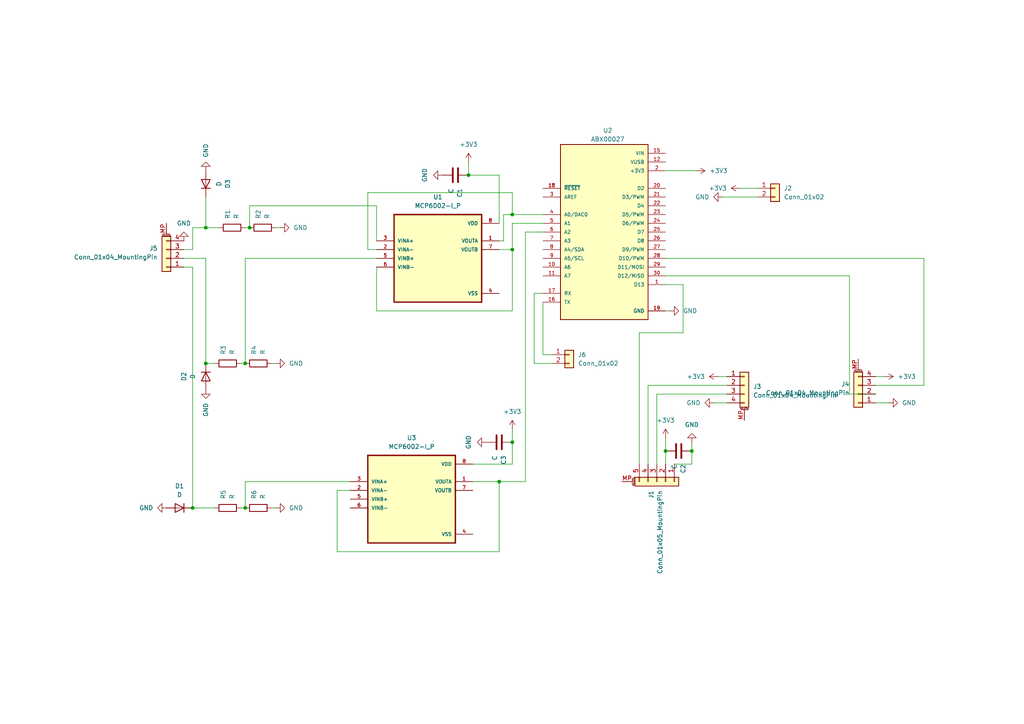
<source format=kicad_sch>
(kicad_sch
	(version 20231120)
	(generator "eeschema")
	(generator_version "8.0")
	(uuid "2c911946-98c1-480d-b3c3-577a5a818654")
	(paper "A4")
	(lib_symbols
		(symbol "ABX00027:ABX00027"
			(pin_names
				(offset 1.016)
			)
			(exclude_from_sim no)
			(in_bom yes)
			(on_board yes)
			(property "Reference" "U"
				(at -12.7 26.67 0)
				(effects
					(font
						(size 1.27 1.27)
					)
					(justify left bottom)
				)
			)
			(property "Value" "ABX00027"
				(at -12.7 -26.67 0)
				(effects
					(font
						(size 1.27 1.27)
					)
					(justify left top)
				)
			)
			(property "Footprint" "ABX00027:MODULE_ABX00027"
				(at 0 0 0)
				(effects
					(font
						(size 1.27 1.27)
					)
					(justify bottom)
					(hide yes)
				)
			)
			(property "Datasheet" ""
				(at 0 0 0)
				(effects
					(font
						(size 1.27 1.27)
					)
					(hide yes)
				)
			)
			(property "Description" "ATSAMD21G18A Arduino Nano 33 IoT SAM D ARM® Cortex®-M0+ MCU 32-Bit Embedded Evaluation Board"
				(at 0 0 0)
				(effects
					(font
						(size 1.27 1.27)
					)
					(justify bottom)
					(hide yes)
				)
			)
			(property "MF" "Arduino"
				(at 0 0 0)
				(effects
					(font
						(size 1.27 1.27)
					)
					(justify bottom)
					(hide yes)
				)
			)
			(property "PACKAGE" "None"
				(at 0 0 0)
				(effects
					(font
						(size 1.27 1.27)
					)
					(justify bottom)
					(hide yes)
				)
			)
			(property "PRICE" "None"
				(at 0 0 0)
				(effects
					(font
						(size 1.27 1.27)
					)
					(justify bottom)
					(hide yes)
				)
			)
			(property "Package" "None"
				(at 0 0 0)
				(effects
					(font
						(size 1.27 1.27)
					)
					(justify bottom)
					(hide yes)
				)
			)
			(property "Check_prices" "https://www.snapeda.com/parts/Arduino%20Nano%2033%20IoT/Arduino/view-part/?ref=eda"
				(at 0 0 0)
				(effects
					(font
						(size 1.27 1.27)
					)
					(justify bottom)
					(hide yes)
				)
			)
			(property "Price" "None"
				(at 0 0 0)
				(effects
					(font
						(size 1.27 1.27)
					)
					(justify bottom)
					(hide yes)
				)
			)
			(property "SnapEDA_Link" "https://www.snapeda.com/parts/Arduino%20Nano%2033%20IoT/Arduino/view-part/?ref=snap"
				(at 0 0 0)
				(effects
					(font
						(size 1.27 1.27)
					)
					(justify bottom)
					(hide yes)
				)
			)
			(property "MP" "Arduino Nano 33 IoT"
				(at 0 0 0)
				(effects
					(font
						(size 1.27 1.27)
					)
					(justify bottom)
					(hide yes)
				)
			)
			(property "DIGIKEY-PURCHASE-URL" "https://snapeda.com/shop?store=DigiKey&id=3949339"
				(at 0 0 0)
				(effects
					(font
						(size 1.27 1.27)
					)
					(justify bottom)
					(hide yes)
				)
			)
			(property "Availability" "Not in stock"
				(at 0 0 0)
				(effects
					(font
						(size 1.27 1.27)
					)
					(justify bottom)
					(hide yes)
				)
			)
			(property "AVAILABILITY" "Unavailable"
				(at 0 0 0)
				(effects
					(font
						(size 1.27 1.27)
					)
					(justify bottom)
					(hide yes)
				)
			)
			(property "Description_1" "\nAn IoT connected IMU sensor in the Nano form factor.\n"
				(at 0 0 0)
				(effects
					(font
						(size 1.27 1.27)
					)
					(justify bottom)
					(hide yes)
				)
			)
			(symbol "ABX00027_0_0"
				(rectangle
					(start -12.7 -25.4)
					(end 12.7 25.4)
					(stroke
						(width 0.254)
						(type default)
					)
					(fill
						(type background)
					)
				)
				(pin bidirectional line
					(at 17.78 -15.24 180)
					(length 5.08)
					(name "D13"
						(effects
							(font
								(size 1.016 1.016)
							)
						)
					)
					(number "1"
						(effects
							(font
								(size 1.016 1.016)
							)
						)
					)
				)
				(pin input line
					(at -17.78 -10.16 0)
					(length 5.08)
					(name "A6"
						(effects
							(font
								(size 1.016 1.016)
							)
						)
					)
					(number "10"
						(effects
							(font
								(size 1.016 1.016)
							)
						)
					)
				)
				(pin input line
					(at -17.78 -12.7 0)
					(length 5.08)
					(name "A7"
						(effects
							(font
								(size 1.016 1.016)
							)
						)
					)
					(number "11"
						(effects
							(font
								(size 1.016 1.016)
							)
						)
					)
				)
				(pin power_in line
					(at 17.78 20.32 180)
					(length 5.08)
					(name "VUSB"
						(effects
							(font
								(size 1.016 1.016)
							)
						)
					)
					(number "12"
						(effects
							(font
								(size 1.016 1.016)
							)
						)
					)
				)
				(pin input line
					(at -17.78 12.7 0)
					(length 5.08)
					(name "~{RESET}"
						(effects
							(font
								(size 1.016 1.016)
							)
						)
					)
					(number "13"
						(effects
							(font
								(size 1.016 1.016)
							)
						)
					)
				)
				(pin power_in line
					(at 17.78 -22.86 180)
					(length 5.08)
					(name "GND"
						(effects
							(font
								(size 1.016 1.016)
							)
						)
					)
					(number "14"
						(effects
							(font
								(size 1.016 1.016)
							)
						)
					)
				)
				(pin power_in line
					(at 17.78 22.86 180)
					(length 5.08)
					(name "VIN"
						(effects
							(font
								(size 1.016 1.016)
							)
						)
					)
					(number "15"
						(effects
							(font
								(size 1.016 1.016)
							)
						)
					)
				)
				(pin bidirectional line
					(at -17.78 -20.32 0)
					(length 5.08)
					(name "TX"
						(effects
							(font
								(size 1.016 1.016)
							)
						)
					)
					(number "16"
						(effects
							(font
								(size 1.016 1.016)
							)
						)
					)
				)
				(pin bidirectional line
					(at -17.78 -17.78 0)
					(length 5.08)
					(name "RX"
						(effects
							(font
								(size 1.016 1.016)
							)
						)
					)
					(number "17"
						(effects
							(font
								(size 1.016 1.016)
							)
						)
					)
				)
				(pin input line
					(at -17.78 12.7 0)
					(length 5.08)
					(name "~{RESET}"
						(effects
							(font
								(size 1.016 1.016)
							)
						)
					)
					(number "18"
						(effects
							(font
								(size 1.016 1.016)
							)
						)
					)
				)
				(pin power_in line
					(at 17.78 -22.86 180)
					(length 5.08)
					(name "GND"
						(effects
							(font
								(size 1.016 1.016)
							)
						)
					)
					(number "19"
						(effects
							(font
								(size 1.016 1.016)
							)
						)
					)
				)
				(pin power_in line
					(at 17.78 17.78 180)
					(length 5.08)
					(name "+3V3"
						(effects
							(font
								(size 1.016 1.016)
							)
						)
					)
					(number "2"
						(effects
							(font
								(size 1.016 1.016)
							)
						)
					)
				)
				(pin bidirectional line
					(at 17.78 12.7 180)
					(length 5.08)
					(name "D2"
						(effects
							(font
								(size 1.016 1.016)
							)
						)
					)
					(number "20"
						(effects
							(font
								(size 1.016 1.016)
							)
						)
					)
				)
				(pin bidirectional line
					(at 17.78 10.16 180)
					(length 5.08)
					(name "D3/PWM"
						(effects
							(font
								(size 1.016 1.016)
							)
						)
					)
					(number "21"
						(effects
							(font
								(size 1.016 1.016)
							)
						)
					)
				)
				(pin bidirectional line
					(at 17.78 7.62 180)
					(length 5.08)
					(name "D4"
						(effects
							(font
								(size 1.016 1.016)
							)
						)
					)
					(number "22"
						(effects
							(font
								(size 1.016 1.016)
							)
						)
					)
				)
				(pin bidirectional line
					(at 17.78 5.08 180)
					(length 5.08)
					(name "D5/PWM"
						(effects
							(font
								(size 1.016 1.016)
							)
						)
					)
					(number "23"
						(effects
							(font
								(size 1.016 1.016)
							)
						)
					)
				)
				(pin bidirectional line
					(at 17.78 2.54 180)
					(length 5.08)
					(name "D6/PWM"
						(effects
							(font
								(size 1.016 1.016)
							)
						)
					)
					(number "24"
						(effects
							(font
								(size 1.016 1.016)
							)
						)
					)
				)
				(pin bidirectional line
					(at 17.78 0 180)
					(length 5.08)
					(name "D7"
						(effects
							(font
								(size 1.016 1.016)
							)
						)
					)
					(number "25"
						(effects
							(font
								(size 1.016 1.016)
							)
						)
					)
				)
				(pin bidirectional line
					(at 17.78 -2.54 180)
					(length 5.08)
					(name "D8"
						(effects
							(font
								(size 1.016 1.016)
							)
						)
					)
					(number "26"
						(effects
							(font
								(size 1.016 1.016)
							)
						)
					)
				)
				(pin bidirectional line
					(at 17.78 -5.08 180)
					(length 5.08)
					(name "D9/PWM"
						(effects
							(font
								(size 1.016 1.016)
							)
						)
					)
					(number "27"
						(effects
							(font
								(size 1.016 1.016)
							)
						)
					)
				)
				(pin bidirectional line
					(at 17.78 -7.62 180)
					(length 5.08)
					(name "D10/PWM"
						(effects
							(font
								(size 1.016 1.016)
							)
						)
					)
					(number "28"
						(effects
							(font
								(size 1.016 1.016)
							)
						)
					)
				)
				(pin bidirectional line
					(at 17.78 -10.16 180)
					(length 5.08)
					(name "D11/MOSI"
						(effects
							(font
								(size 1.016 1.016)
							)
						)
					)
					(number "29"
						(effects
							(font
								(size 1.016 1.016)
							)
						)
					)
				)
				(pin input line
					(at -17.78 10.16 0)
					(length 5.08)
					(name "AREF"
						(effects
							(font
								(size 1.016 1.016)
							)
						)
					)
					(number "3"
						(effects
							(font
								(size 1.016 1.016)
							)
						)
					)
				)
				(pin bidirectional line
					(at 17.78 -12.7 180)
					(length 5.08)
					(name "D12/MISO"
						(effects
							(font
								(size 1.016 1.016)
							)
						)
					)
					(number "30"
						(effects
							(font
								(size 1.016 1.016)
							)
						)
					)
				)
				(pin bidirectional line
					(at -17.78 5.08 0)
					(length 5.08)
					(name "A0/DAC0"
						(effects
							(font
								(size 1.016 1.016)
							)
						)
					)
					(number "4"
						(effects
							(font
								(size 1.016 1.016)
							)
						)
					)
				)
				(pin input line
					(at -17.78 2.54 0)
					(length 5.08)
					(name "A1"
						(effects
							(font
								(size 1.016 1.016)
							)
						)
					)
					(number "5"
						(effects
							(font
								(size 1.016 1.016)
							)
						)
					)
				)
				(pin input line
					(at -17.78 0 0)
					(length 5.08)
					(name "A2"
						(effects
							(font
								(size 1.016 1.016)
							)
						)
					)
					(number "6"
						(effects
							(font
								(size 1.016 1.016)
							)
						)
					)
				)
				(pin input line
					(at -17.78 -2.54 0)
					(length 5.08)
					(name "A3"
						(effects
							(font
								(size 1.016 1.016)
							)
						)
					)
					(number "7"
						(effects
							(font
								(size 1.016 1.016)
							)
						)
					)
				)
				(pin input line
					(at -17.78 -5.08 0)
					(length 5.08)
					(name "A4/SDA"
						(effects
							(font
								(size 1.016 1.016)
							)
						)
					)
					(number "8"
						(effects
							(font
								(size 1.016 1.016)
							)
						)
					)
				)
				(pin input line
					(at -17.78 -7.62 0)
					(length 5.08)
					(name "A5/SCL"
						(effects
							(font
								(size 1.016 1.016)
							)
						)
					)
					(number "9"
						(effects
							(font
								(size 1.016 1.016)
							)
						)
					)
				)
			)
		)
		(symbol "Connector_Generic:Conn_01x02"
			(pin_names
				(offset 1.016) hide)
			(exclude_from_sim no)
			(in_bom yes)
			(on_board yes)
			(property "Reference" "J"
				(at 0 2.54 0)
				(effects
					(font
						(size 1.27 1.27)
					)
				)
			)
			(property "Value" "Conn_01x02"
				(at 0 -5.08 0)
				(effects
					(font
						(size 1.27 1.27)
					)
				)
			)
			(property "Footprint" ""
				(at 0 0 0)
				(effects
					(font
						(size 1.27 1.27)
					)
					(hide yes)
				)
			)
			(property "Datasheet" "~"
				(at 0 0 0)
				(effects
					(font
						(size 1.27 1.27)
					)
					(hide yes)
				)
			)
			(property "Description" "Generic connector, single row, 01x02, script generated (kicad-library-utils/schlib/autogen/connector/)"
				(at 0 0 0)
				(effects
					(font
						(size 1.27 1.27)
					)
					(hide yes)
				)
			)
			(property "ki_keywords" "connector"
				(at 0 0 0)
				(effects
					(font
						(size 1.27 1.27)
					)
					(hide yes)
				)
			)
			(property "ki_fp_filters" "Connector*:*_1x??_*"
				(at 0 0 0)
				(effects
					(font
						(size 1.27 1.27)
					)
					(hide yes)
				)
			)
			(symbol "Conn_01x02_1_1"
				(rectangle
					(start -1.27 -2.413)
					(end 0 -2.667)
					(stroke
						(width 0.1524)
						(type default)
					)
					(fill
						(type none)
					)
				)
				(rectangle
					(start -1.27 0.127)
					(end 0 -0.127)
					(stroke
						(width 0.1524)
						(type default)
					)
					(fill
						(type none)
					)
				)
				(rectangle
					(start -1.27 1.27)
					(end 1.27 -3.81)
					(stroke
						(width 0.254)
						(type default)
					)
					(fill
						(type background)
					)
				)
				(pin passive line
					(at -5.08 0 0)
					(length 3.81)
					(name "Pin_1"
						(effects
							(font
								(size 1.27 1.27)
							)
						)
					)
					(number "1"
						(effects
							(font
								(size 1.27 1.27)
							)
						)
					)
				)
				(pin passive line
					(at -5.08 -2.54 0)
					(length 3.81)
					(name "Pin_2"
						(effects
							(font
								(size 1.27 1.27)
							)
						)
					)
					(number "2"
						(effects
							(font
								(size 1.27 1.27)
							)
						)
					)
				)
			)
		)
		(symbol "Connector_Generic_MountingPin:Conn_01x04_MountingPin"
			(pin_names
				(offset 1.016) hide)
			(exclude_from_sim no)
			(in_bom yes)
			(on_board yes)
			(property "Reference" "J"
				(at 0 5.08 0)
				(effects
					(font
						(size 1.27 1.27)
					)
				)
			)
			(property "Value" "Conn_01x04_MountingPin"
				(at 1.27 -7.62 0)
				(effects
					(font
						(size 1.27 1.27)
					)
					(justify left)
				)
			)
			(property "Footprint" ""
				(at 0 0 0)
				(effects
					(font
						(size 1.27 1.27)
					)
					(hide yes)
				)
			)
			(property "Datasheet" "~"
				(at 0 0 0)
				(effects
					(font
						(size 1.27 1.27)
					)
					(hide yes)
				)
			)
			(property "Description" "Generic connectable mounting pin connector, single row, 01x04, script generated (kicad-library-utils/schlib/autogen/connector/)"
				(at 0 0 0)
				(effects
					(font
						(size 1.27 1.27)
					)
					(hide yes)
				)
			)
			(property "ki_keywords" "connector"
				(at 0 0 0)
				(effects
					(font
						(size 1.27 1.27)
					)
					(hide yes)
				)
			)
			(property "ki_fp_filters" "Connector*:*_1x??-1MP*"
				(at 0 0 0)
				(effects
					(font
						(size 1.27 1.27)
					)
					(hide yes)
				)
			)
			(symbol "Conn_01x04_MountingPin_1_1"
				(rectangle
					(start -1.27 -4.953)
					(end 0 -5.207)
					(stroke
						(width 0.1524)
						(type default)
					)
					(fill
						(type none)
					)
				)
				(rectangle
					(start -1.27 -2.413)
					(end 0 -2.667)
					(stroke
						(width 0.1524)
						(type default)
					)
					(fill
						(type none)
					)
				)
				(rectangle
					(start -1.27 0.127)
					(end 0 -0.127)
					(stroke
						(width 0.1524)
						(type default)
					)
					(fill
						(type none)
					)
				)
				(rectangle
					(start -1.27 2.667)
					(end 0 2.413)
					(stroke
						(width 0.1524)
						(type default)
					)
					(fill
						(type none)
					)
				)
				(rectangle
					(start -1.27 3.81)
					(end 1.27 -6.35)
					(stroke
						(width 0.254)
						(type default)
					)
					(fill
						(type background)
					)
				)
				(polyline
					(pts
						(xy -1.016 -7.112) (xy 1.016 -7.112)
					)
					(stroke
						(width 0.1524)
						(type default)
					)
					(fill
						(type none)
					)
				)
				(text "Mounting"
					(at 0 -6.731 0)
					(effects
						(font
							(size 0.381 0.381)
						)
					)
				)
				(pin passive line
					(at -5.08 2.54 0)
					(length 3.81)
					(name "Pin_1"
						(effects
							(font
								(size 1.27 1.27)
							)
						)
					)
					(number "1"
						(effects
							(font
								(size 1.27 1.27)
							)
						)
					)
				)
				(pin passive line
					(at -5.08 0 0)
					(length 3.81)
					(name "Pin_2"
						(effects
							(font
								(size 1.27 1.27)
							)
						)
					)
					(number "2"
						(effects
							(font
								(size 1.27 1.27)
							)
						)
					)
				)
				(pin passive line
					(at -5.08 -2.54 0)
					(length 3.81)
					(name "Pin_3"
						(effects
							(font
								(size 1.27 1.27)
							)
						)
					)
					(number "3"
						(effects
							(font
								(size 1.27 1.27)
							)
						)
					)
				)
				(pin passive line
					(at -5.08 -5.08 0)
					(length 3.81)
					(name "Pin_4"
						(effects
							(font
								(size 1.27 1.27)
							)
						)
					)
					(number "4"
						(effects
							(font
								(size 1.27 1.27)
							)
						)
					)
				)
				(pin passive line
					(at 0 -10.16 90)
					(length 3.048)
					(name "MountPin"
						(effects
							(font
								(size 1.27 1.27)
							)
						)
					)
					(number "MP"
						(effects
							(font
								(size 1.27 1.27)
							)
						)
					)
				)
			)
		)
		(symbol "Connector_Generic_MountingPin:Conn_01x05_MountingPin"
			(pin_names
				(offset 1.016) hide)
			(exclude_from_sim no)
			(in_bom yes)
			(on_board yes)
			(property "Reference" "J"
				(at 0 7.62 0)
				(effects
					(font
						(size 1.27 1.27)
					)
				)
			)
			(property "Value" "Conn_01x05_MountingPin"
				(at 1.27 -7.62 0)
				(effects
					(font
						(size 1.27 1.27)
					)
					(justify left)
				)
			)
			(property "Footprint" ""
				(at 0 0 0)
				(effects
					(font
						(size 1.27 1.27)
					)
					(hide yes)
				)
			)
			(property "Datasheet" "~"
				(at 0 0 0)
				(effects
					(font
						(size 1.27 1.27)
					)
					(hide yes)
				)
			)
			(property "Description" "Generic connectable mounting pin connector, single row, 01x05, script generated (kicad-library-utils/schlib/autogen/connector/)"
				(at 0 0 0)
				(effects
					(font
						(size 1.27 1.27)
					)
					(hide yes)
				)
			)
			(property "ki_keywords" "connector"
				(at 0 0 0)
				(effects
					(font
						(size 1.27 1.27)
					)
					(hide yes)
				)
			)
			(property "ki_fp_filters" "Connector*:*_1x??-1MP*"
				(at 0 0 0)
				(effects
					(font
						(size 1.27 1.27)
					)
					(hide yes)
				)
			)
			(symbol "Conn_01x05_MountingPin_1_1"
				(rectangle
					(start -1.27 -4.953)
					(end 0 -5.207)
					(stroke
						(width 0.1524)
						(type default)
					)
					(fill
						(type none)
					)
				)
				(rectangle
					(start -1.27 -2.413)
					(end 0 -2.667)
					(stroke
						(width 0.1524)
						(type default)
					)
					(fill
						(type none)
					)
				)
				(rectangle
					(start -1.27 0.127)
					(end 0 -0.127)
					(stroke
						(width 0.1524)
						(type default)
					)
					(fill
						(type none)
					)
				)
				(rectangle
					(start -1.27 2.667)
					(end 0 2.413)
					(stroke
						(width 0.1524)
						(type default)
					)
					(fill
						(type none)
					)
				)
				(rectangle
					(start -1.27 5.207)
					(end 0 4.953)
					(stroke
						(width 0.1524)
						(type default)
					)
					(fill
						(type none)
					)
				)
				(rectangle
					(start -1.27 6.35)
					(end 1.27 -6.35)
					(stroke
						(width 0.254)
						(type default)
					)
					(fill
						(type background)
					)
				)
				(polyline
					(pts
						(xy -1.016 -7.112) (xy 1.016 -7.112)
					)
					(stroke
						(width 0.1524)
						(type default)
					)
					(fill
						(type none)
					)
				)
				(text "Mounting"
					(at 0 -6.731 0)
					(effects
						(font
							(size 0.381 0.381)
						)
					)
				)
				(pin passive line
					(at -5.08 5.08 0)
					(length 3.81)
					(name "Pin_1"
						(effects
							(font
								(size 1.27 1.27)
							)
						)
					)
					(number "1"
						(effects
							(font
								(size 1.27 1.27)
							)
						)
					)
				)
				(pin passive line
					(at -5.08 2.54 0)
					(length 3.81)
					(name "Pin_2"
						(effects
							(font
								(size 1.27 1.27)
							)
						)
					)
					(number "2"
						(effects
							(font
								(size 1.27 1.27)
							)
						)
					)
				)
				(pin passive line
					(at -5.08 0 0)
					(length 3.81)
					(name "Pin_3"
						(effects
							(font
								(size 1.27 1.27)
							)
						)
					)
					(number "3"
						(effects
							(font
								(size 1.27 1.27)
							)
						)
					)
				)
				(pin passive line
					(at -5.08 -2.54 0)
					(length 3.81)
					(name "Pin_4"
						(effects
							(font
								(size 1.27 1.27)
							)
						)
					)
					(number "4"
						(effects
							(font
								(size 1.27 1.27)
							)
						)
					)
				)
				(pin passive line
					(at -5.08 -5.08 0)
					(length 3.81)
					(name "Pin_5"
						(effects
							(font
								(size 1.27 1.27)
							)
						)
					)
					(number "5"
						(effects
							(font
								(size 1.27 1.27)
							)
						)
					)
				)
				(pin passive line
					(at 0 -10.16 90)
					(length 3.048)
					(name "MountPin"
						(effects
							(font
								(size 1.27 1.27)
							)
						)
					)
					(number "MP"
						(effects
							(font
								(size 1.27 1.27)
							)
						)
					)
				)
			)
		)
		(symbol "Device:C"
			(pin_numbers hide)
			(pin_names
				(offset 0.254)
			)
			(exclude_from_sim no)
			(in_bom yes)
			(on_board yes)
			(property "Reference" "C"
				(at 0.635 2.54 0)
				(effects
					(font
						(size 1.27 1.27)
					)
					(justify left)
				)
			)
			(property "Value" "C"
				(at 0.635 -2.54 0)
				(effects
					(font
						(size 1.27 1.27)
					)
					(justify left)
				)
			)
			(property "Footprint" ""
				(at 0.9652 -3.81 0)
				(effects
					(font
						(size 1.27 1.27)
					)
					(hide yes)
				)
			)
			(property "Datasheet" "~"
				(at 0 0 0)
				(effects
					(font
						(size 1.27 1.27)
					)
					(hide yes)
				)
			)
			(property "Description" "Unpolarized capacitor"
				(at 0 0 0)
				(effects
					(font
						(size 1.27 1.27)
					)
					(hide yes)
				)
			)
			(property "ki_keywords" "cap capacitor"
				(at 0 0 0)
				(effects
					(font
						(size 1.27 1.27)
					)
					(hide yes)
				)
			)
			(property "ki_fp_filters" "C_*"
				(at 0 0 0)
				(effects
					(font
						(size 1.27 1.27)
					)
					(hide yes)
				)
			)
			(symbol "C_0_1"
				(polyline
					(pts
						(xy -2.032 -0.762) (xy 2.032 -0.762)
					)
					(stroke
						(width 0.508)
						(type default)
					)
					(fill
						(type none)
					)
				)
				(polyline
					(pts
						(xy -2.032 0.762) (xy 2.032 0.762)
					)
					(stroke
						(width 0.508)
						(type default)
					)
					(fill
						(type none)
					)
				)
			)
			(symbol "C_1_1"
				(pin passive line
					(at 0 3.81 270)
					(length 2.794)
					(name "~"
						(effects
							(font
								(size 1.27 1.27)
							)
						)
					)
					(number "1"
						(effects
							(font
								(size 1.27 1.27)
							)
						)
					)
				)
				(pin passive line
					(at 0 -3.81 90)
					(length 2.794)
					(name "~"
						(effects
							(font
								(size 1.27 1.27)
							)
						)
					)
					(number "2"
						(effects
							(font
								(size 1.27 1.27)
							)
						)
					)
				)
			)
		)
		(symbol "Device:D"
			(pin_numbers hide)
			(pin_names
				(offset 1.016) hide)
			(exclude_from_sim no)
			(in_bom yes)
			(on_board yes)
			(property "Reference" "D"
				(at 0 2.54 0)
				(effects
					(font
						(size 1.27 1.27)
					)
				)
			)
			(property "Value" "D"
				(at 0 -2.54 0)
				(effects
					(font
						(size 1.27 1.27)
					)
				)
			)
			(property "Footprint" ""
				(at 0 0 0)
				(effects
					(font
						(size 1.27 1.27)
					)
					(hide yes)
				)
			)
			(property "Datasheet" "~"
				(at 0 0 0)
				(effects
					(font
						(size 1.27 1.27)
					)
					(hide yes)
				)
			)
			(property "Description" "Diode"
				(at 0 0 0)
				(effects
					(font
						(size 1.27 1.27)
					)
					(hide yes)
				)
			)
			(property "Sim.Device" "D"
				(at 0 0 0)
				(effects
					(font
						(size 1.27 1.27)
					)
					(hide yes)
				)
			)
			(property "Sim.Pins" "1=K 2=A"
				(at 0 0 0)
				(effects
					(font
						(size 1.27 1.27)
					)
					(hide yes)
				)
			)
			(property "ki_keywords" "diode"
				(at 0 0 0)
				(effects
					(font
						(size 1.27 1.27)
					)
					(hide yes)
				)
			)
			(property "ki_fp_filters" "TO-???* *_Diode_* *SingleDiode* D_*"
				(at 0 0 0)
				(effects
					(font
						(size 1.27 1.27)
					)
					(hide yes)
				)
			)
			(symbol "D_0_1"
				(polyline
					(pts
						(xy -1.27 1.27) (xy -1.27 -1.27)
					)
					(stroke
						(width 0.254)
						(type default)
					)
					(fill
						(type none)
					)
				)
				(polyline
					(pts
						(xy 1.27 0) (xy -1.27 0)
					)
					(stroke
						(width 0)
						(type default)
					)
					(fill
						(type none)
					)
				)
				(polyline
					(pts
						(xy 1.27 1.27) (xy 1.27 -1.27) (xy -1.27 0) (xy 1.27 1.27)
					)
					(stroke
						(width 0.254)
						(type default)
					)
					(fill
						(type none)
					)
				)
			)
			(symbol "D_1_1"
				(pin passive line
					(at -3.81 0 0)
					(length 2.54)
					(name "K"
						(effects
							(font
								(size 1.27 1.27)
							)
						)
					)
					(number "1"
						(effects
							(font
								(size 1.27 1.27)
							)
						)
					)
				)
				(pin passive line
					(at 3.81 0 180)
					(length 2.54)
					(name "A"
						(effects
							(font
								(size 1.27 1.27)
							)
						)
					)
					(number "2"
						(effects
							(font
								(size 1.27 1.27)
							)
						)
					)
				)
			)
		)
		(symbol "Device:R"
			(pin_numbers hide)
			(pin_names
				(offset 0)
			)
			(exclude_from_sim no)
			(in_bom yes)
			(on_board yes)
			(property "Reference" "R"
				(at 2.032 0 90)
				(effects
					(font
						(size 1.27 1.27)
					)
				)
			)
			(property "Value" "R"
				(at 0 0 90)
				(effects
					(font
						(size 1.27 1.27)
					)
				)
			)
			(property "Footprint" ""
				(at -1.778 0 90)
				(effects
					(font
						(size 1.27 1.27)
					)
					(hide yes)
				)
			)
			(property "Datasheet" "~"
				(at 0 0 0)
				(effects
					(font
						(size 1.27 1.27)
					)
					(hide yes)
				)
			)
			(property "Description" "Resistor"
				(at 0 0 0)
				(effects
					(font
						(size 1.27 1.27)
					)
					(hide yes)
				)
			)
			(property "ki_keywords" "R res resistor"
				(at 0 0 0)
				(effects
					(font
						(size 1.27 1.27)
					)
					(hide yes)
				)
			)
			(property "ki_fp_filters" "R_*"
				(at 0 0 0)
				(effects
					(font
						(size 1.27 1.27)
					)
					(hide yes)
				)
			)
			(symbol "R_0_1"
				(rectangle
					(start -1.016 -2.54)
					(end 1.016 2.54)
					(stroke
						(width 0.254)
						(type default)
					)
					(fill
						(type none)
					)
				)
			)
			(symbol "R_1_1"
				(pin passive line
					(at 0 3.81 270)
					(length 1.27)
					(name "~"
						(effects
							(font
								(size 1.27 1.27)
							)
						)
					)
					(number "1"
						(effects
							(font
								(size 1.27 1.27)
							)
						)
					)
				)
				(pin passive line
					(at 0 -3.81 90)
					(length 1.27)
					(name "~"
						(effects
							(font
								(size 1.27 1.27)
							)
						)
					)
					(number "2"
						(effects
							(font
								(size 1.27 1.27)
							)
						)
					)
				)
			)
		)
		(symbol "New_Library:MCP6002-I_P"
			(pin_names
				(offset 1.016)
			)
			(exclude_from_sim no)
			(in_bom yes)
			(on_board yes)
			(property "Reference" "U"
				(at -12.7 13.7 0)
				(effects
					(font
						(size 1.27 1.27)
					)
					(justify left bottom)
				)
			)
			(property "Value" "MCP6002-I_P"
				(at -12.7 -16.7 0)
				(effects
					(font
						(size 1.27 1.27)
					)
					(justify left bottom)
				)
			)
			(property "Footprint" "MCP6002-I_P:DIP787W46P254L927H533Q8"
				(at 0 0 0)
				(effects
					(font
						(size 1.27 1.27)
					)
					(justify bottom)
					(hide yes)
				)
			)
			(property "Datasheet" ""
				(at 0 0 0)
				(effects
					(font
						(size 1.27 1.27)
					)
					(hide yes)
				)
			)
			(property "Description" ""
				(at 0 0 0)
				(effects
					(font
						(size 1.27 1.27)
					)
					(hide yes)
				)
			)
			(property "MF" "Microchip"
				(at 0 0 0)
				(effects
					(font
						(size 1.27 1.27)
					)
					(justify bottom)
					(hide yes)
				)
			)
			(property "Description_1" "\n                        \n                            Microchip ,Dual Op Amp,1MHz CMOS,Rail to Rail,3V,5V,8-Pin PDIP | Microchip Technology Inc. MCP6002-I/P\n                        \n"
				(at 0 0 0)
				(effects
					(font
						(size 1.27 1.27)
					)
					(justify bottom)
					(hide yes)
				)
			)
			(property "Package" "DIP-8 Microchip"
				(at 0 0 0)
				(effects
					(font
						(size 1.27 1.27)
					)
					(justify bottom)
					(hide yes)
				)
			)
			(property "Price" "None"
				(at 0 0 0)
				(effects
					(font
						(size 1.27 1.27)
					)
					(justify bottom)
					(hide yes)
				)
			)
			(property "SnapEDA_Link" "https://www.snapeda.com/parts/MCP6002-I/P/Microchip/view-part/?ref=snap"
				(at 0 0 0)
				(effects
					(font
						(size 1.27 1.27)
					)
					(justify bottom)
					(hide yes)
				)
			)
			(property "MP" "MCP6002-I/P"
				(at 0 0 0)
				(effects
					(font
						(size 1.27 1.27)
					)
					(justify bottom)
					(hide yes)
				)
			)
			(property "Availability" "In Stock"
				(at 0 0 0)
				(effects
					(font
						(size 1.27 1.27)
					)
					(justify bottom)
					(hide yes)
				)
			)
			(property "Check_prices" "https://www.snapeda.com/parts/MCP6002-I/P/Microchip/view-part/?ref=eda"
				(at 0 0 0)
				(effects
					(font
						(size 1.27 1.27)
					)
					(justify bottom)
					(hide yes)
				)
			)
			(symbol "MCP6002-I_P_0_0"
				(rectangle
					(start -12.7 -12.7)
					(end 12.7 12.7)
					(stroke
						(width 0.41)
						(type default)
					)
					(fill
						(type background)
					)
				)
				(pin output line
					(at 17.78 5.08 180)
					(length 5.08)
					(name "VOUTA"
						(effects
							(font
								(size 1.016 1.016)
							)
						)
					)
					(number "1"
						(effects
							(font
								(size 1.016 1.016)
							)
						)
					)
				)
				(pin input line
					(at -17.78 2.54 0)
					(length 5.08)
					(name "VINA-"
						(effects
							(font
								(size 1.016 1.016)
							)
						)
					)
					(number "2"
						(effects
							(font
								(size 1.016 1.016)
							)
						)
					)
				)
				(pin input line
					(at -17.78 5.08 0)
					(length 5.08)
					(name "VINA+"
						(effects
							(font
								(size 1.016 1.016)
							)
						)
					)
					(number "3"
						(effects
							(font
								(size 1.016 1.016)
							)
						)
					)
				)
				(pin power_in line
					(at 17.78 -10.16 180)
					(length 5.08)
					(name "VSS"
						(effects
							(font
								(size 1.016 1.016)
							)
						)
					)
					(number "4"
						(effects
							(font
								(size 1.016 1.016)
							)
						)
					)
				)
				(pin input line
					(at -17.78 0 0)
					(length 5.08)
					(name "VINB+"
						(effects
							(font
								(size 1.016 1.016)
							)
						)
					)
					(number "5"
						(effects
							(font
								(size 1.016 1.016)
							)
						)
					)
				)
				(pin input line
					(at -17.78 -2.54 0)
					(length 5.08)
					(name "VINB-"
						(effects
							(font
								(size 1.016 1.016)
							)
						)
					)
					(number "6"
						(effects
							(font
								(size 1.016 1.016)
							)
						)
					)
				)
				(pin output line
					(at 17.78 2.54 180)
					(length 5.08)
					(name "VOUTB"
						(effects
							(font
								(size 1.016 1.016)
							)
						)
					)
					(number "7"
						(effects
							(font
								(size 1.016 1.016)
							)
						)
					)
				)
				(pin power_in line
					(at 17.78 10.16 180)
					(length 5.08)
					(name "VDD"
						(effects
							(font
								(size 1.016 1.016)
							)
						)
					)
					(number "8"
						(effects
							(font
								(size 1.016 1.016)
							)
						)
					)
				)
			)
		)
		(symbol "power:+3V3"
			(power)
			(pin_numbers hide)
			(pin_names
				(offset 0) hide)
			(exclude_from_sim no)
			(in_bom yes)
			(on_board yes)
			(property "Reference" "#PWR"
				(at 0 -3.81 0)
				(effects
					(font
						(size 1.27 1.27)
					)
					(hide yes)
				)
			)
			(property "Value" "+3V3"
				(at 0 3.556 0)
				(effects
					(font
						(size 1.27 1.27)
					)
				)
			)
			(property "Footprint" ""
				(at 0 0 0)
				(effects
					(font
						(size 1.27 1.27)
					)
					(hide yes)
				)
			)
			(property "Datasheet" ""
				(at 0 0 0)
				(effects
					(font
						(size 1.27 1.27)
					)
					(hide yes)
				)
			)
			(property "Description" "Power symbol creates a global label with name \"+3V3\""
				(at 0 0 0)
				(effects
					(font
						(size 1.27 1.27)
					)
					(hide yes)
				)
			)
			(property "ki_keywords" "global power"
				(at 0 0 0)
				(effects
					(font
						(size 1.27 1.27)
					)
					(hide yes)
				)
			)
			(symbol "+3V3_0_1"
				(polyline
					(pts
						(xy -0.762 1.27) (xy 0 2.54)
					)
					(stroke
						(width 0)
						(type default)
					)
					(fill
						(type none)
					)
				)
				(polyline
					(pts
						(xy 0 0) (xy 0 2.54)
					)
					(stroke
						(width 0)
						(type default)
					)
					(fill
						(type none)
					)
				)
				(polyline
					(pts
						(xy 0 2.54) (xy 0.762 1.27)
					)
					(stroke
						(width 0)
						(type default)
					)
					(fill
						(type none)
					)
				)
			)
			(symbol "+3V3_1_1"
				(pin power_in line
					(at 0 0 90)
					(length 0)
					(name "~"
						(effects
							(font
								(size 1.27 1.27)
							)
						)
					)
					(number "1"
						(effects
							(font
								(size 1.27 1.27)
							)
						)
					)
				)
			)
		)
		(symbol "power:GND"
			(power)
			(pin_numbers hide)
			(pin_names
				(offset 0) hide)
			(exclude_from_sim no)
			(in_bom yes)
			(on_board yes)
			(property "Reference" "#PWR"
				(at 0 -6.35 0)
				(effects
					(font
						(size 1.27 1.27)
					)
					(hide yes)
				)
			)
			(property "Value" "GND"
				(at 0 -3.81 0)
				(effects
					(font
						(size 1.27 1.27)
					)
				)
			)
			(property "Footprint" ""
				(at 0 0 0)
				(effects
					(font
						(size 1.27 1.27)
					)
					(hide yes)
				)
			)
			(property "Datasheet" ""
				(at 0 0 0)
				(effects
					(font
						(size 1.27 1.27)
					)
					(hide yes)
				)
			)
			(property "Description" "Power symbol creates a global label with name \"GND\" , ground"
				(at 0 0 0)
				(effects
					(font
						(size 1.27 1.27)
					)
					(hide yes)
				)
			)
			(property "ki_keywords" "global power"
				(at 0 0 0)
				(effects
					(font
						(size 1.27 1.27)
					)
					(hide yes)
				)
			)
			(symbol "GND_0_1"
				(polyline
					(pts
						(xy 0 0) (xy 0 -1.27) (xy 1.27 -1.27) (xy 0 -2.54) (xy -1.27 -1.27) (xy 0 -1.27)
					)
					(stroke
						(width 0)
						(type default)
					)
					(fill
						(type none)
					)
				)
			)
			(symbol "GND_1_1"
				(pin power_in line
					(at 0 0 270)
					(length 0)
					(name "~"
						(effects
							(font
								(size 1.27 1.27)
							)
						)
					)
					(number "1"
						(effects
							(font
								(size 1.27 1.27)
							)
						)
					)
				)
			)
		)
	)
	(junction
		(at 148.59 62.23)
		(diameter 0)
		(color 0 0 0 0)
		(uuid "127a1ca8-7e46-4014-adaf-213b704e32be")
	)
	(junction
		(at 148.59 72.39)
		(diameter 0)
		(color 0 0 0 0)
		(uuid "3222a8e0-dd86-4d36-9993-8c1f4928e6c0")
	)
	(junction
		(at 72.39 66.04)
		(diameter 0)
		(color 0 0 0 0)
		(uuid "3d3a96ee-944f-4b44-be73-3cf6b9016699")
	)
	(junction
		(at 71.12 147.32)
		(diameter 0)
		(color 0 0 0 0)
		(uuid "8230c497-8ff5-4c69-b45d-f3017b998c70")
	)
	(junction
		(at 71.12 105.41)
		(diameter 0)
		(color 0 0 0 0)
		(uuid "89161088-e77e-41e7-98a8-c953ccd90f89")
	)
	(junction
		(at 59.69 66.04)
		(diameter 0)
		(color 0 0 0 0)
		(uuid "8b7da6a8-3cdb-4d31-93b2-a0cd32c1daf1")
	)
	(junction
		(at 200.66 130.81)
		(diameter 0)
		(color 0 0 0 0)
		(uuid "a1e5c8bc-351f-45c6-9707-bae8b6a2bc42")
	)
	(junction
		(at 193.04 130.81)
		(diameter 0)
		(color 0 0 0 0)
		(uuid "a475c005-afaa-4523-a6d8-aa192f09c05f")
	)
	(junction
		(at 59.69 105.41)
		(diameter 0)
		(color 0 0 0 0)
		(uuid "a67f083c-2fc0-450a-9234-c5cfc44a7f3e")
	)
	(junction
		(at 135.89 50.8)
		(diameter 0)
		(color 0 0 0 0)
		(uuid "aceccbdf-a9c6-4a81-bd45-e913201a87c6")
	)
	(junction
		(at 55.88 147.32)
		(diameter 0)
		(color 0 0 0 0)
		(uuid "be6573c3-83ea-48f7-9435-b934553b50b7")
	)
	(junction
		(at 148.59 128.27)
		(diameter 0)
		(color 0 0 0 0)
		(uuid "c36a603e-94e3-4e4e-b000-1d718c7a075f")
	)
	(junction
		(at 144.78 139.7)
		(diameter 0)
		(color 0 0 0 0)
		(uuid "f08d0f13-5f1f-47de-bb0f-f09335b2e7d3")
	)
	(wire
		(pts
			(xy 69.85 105.41) (xy 71.12 105.41)
		)
		(stroke
			(width 0)
			(type default)
		)
		(uuid "030faeb2-6f1d-402a-8b28-0e00bbe19a77")
	)
	(wire
		(pts
			(xy 146.05 69.85) (xy 144.78 69.85)
		)
		(stroke
			(width 0)
			(type default)
		)
		(uuid "043724b5-4cfe-4da2-8cb4-dbf30f5adbe9")
	)
	(wire
		(pts
			(xy 101.6 142.24) (xy 97.79 142.24)
		)
		(stroke
			(width 0)
			(type default)
		)
		(uuid "0510cfc1-2389-4de3-9b68-6671c403bd52")
	)
	(wire
		(pts
			(xy 152.4 67.31) (xy 152.4 139.7)
		)
		(stroke
			(width 0)
			(type default)
		)
		(uuid "06ad65a1-30e7-416e-b945-9e172ad8f598")
	)
	(wire
		(pts
			(xy 97.79 160.02) (xy 144.78 160.02)
		)
		(stroke
			(width 0)
			(type default)
		)
		(uuid "06bf2ff8-a1d4-4889-93df-7c182947764a")
	)
	(wire
		(pts
			(xy 148.59 134.62) (xy 137.16 134.62)
		)
		(stroke
			(width 0)
			(type default)
		)
		(uuid "08320552-f1a5-47e5-b1c6-845d22cd3bc8")
	)
	(wire
		(pts
			(xy 193.04 127) (xy 193.04 130.81)
		)
		(stroke
			(width 0)
			(type default)
		)
		(uuid "089ed578-5752-4389-b9d8-79fd89f322fb")
	)
	(wire
		(pts
			(xy 144.78 139.7) (xy 152.4 139.7)
		)
		(stroke
			(width 0)
			(type default)
		)
		(uuid "0fc74302-56b1-4ff8-9dc5-ec0444566ecf")
	)
	(wire
		(pts
			(xy 154.94 85.09) (xy 157.48 85.09)
		)
		(stroke
			(width 0)
			(type default)
		)
		(uuid "1167ab28-f0d9-45d9-b8f5-bb365da5e699")
	)
	(wire
		(pts
			(xy 148.59 124.46) (xy 148.59 128.27)
		)
		(stroke
			(width 0)
			(type default)
		)
		(uuid "132d0aa1-5b2f-4b2a-aa1f-16b5e5169a02")
	)
	(wire
		(pts
			(xy 72.39 59.69) (xy 72.39 66.04)
		)
		(stroke
			(width 0)
			(type default)
		)
		(uuid "1d784e55-27da-4741-a845-0e9571407f79")
	)
	(wire
		(pts
			(xy 55.88 66.04) (xy 55.88 72.39)
		)
		(stroke
			(width 0)
			(type default)
		)
		(uuid "1e5c2c1c-b168-46fd-a71c-b02c1eff809e")
	)
	(wire
		(pts
			(xy 109.22 90.17) (xy 148.59 90.17)
		)
		(stroke
			(width 0)
			(type default)
		)
		(uuid "217461bb-23ab-4fd7-be41-0bf7a5e9ab57")
	)
	(wire
		(pts
			(xy 72.39 59.69) (xy 109.22 59.69)
		)
		(stroke
			(width 0)
			(type default)
		)
		(uuid "2213a8b4-0ec2-4d7a-816f-d2db8b1d0098")
	)
	(wire
		(pts
			(xy 246.38 114.3) (xy 246.38 80.01)
		)
		(stroke
			(width 0)
			(type default)
		)
		(uuid "2585442f-3229-4a92-bd55-685c55c3999e")
	)
	(wire
		(pts
			(xy 69.85 147.32) (xy 71.12 147.32)
		)
		(stroke
			(width 0)
			(type default)
		)
		(uuid "2c630017-7df1-447d-b649-9abfbbe1ed25")
	)
	(wire
		(pts
			(xy 208.28 109.22) (xy 210.82 109.22)
		)
		(stroke
			(width 0)
			(type default)
		)
		(uuid "2d27b0af-1622-4341-9c05-ec7250f1328c")
	)
	(wire
		(pts
			(xy 55.88 77.47) (xy 55.88 147.32)
		)
		(stroke
			(width 0)
			(type default)
		)
		(uuid "2ebf77fc-4b7e-4d91-b812-3824cee9b886")
	)
	(wire
		(pts
			(xy 137.16 139.7) (xy 144.78 139.7)
		)
		(stroke
			(width 0)
			(type default)
		)
		(uuid "2f78062e-2623-49f4-ac8d-310b14312c03")
	)
	(wire
		(pts
			(xy 78.74 147.32) (xy 80.01 147.32)
		)
		(stroke
			(width 0)
			(type default)
		)
		(uuid "340d3156-804b-4ae7-9341-d0238a2383f1")
	)
	(wire
		(pts
			(xy 59.69 105.41) (xy 62.23 105.41)
		)
		(stroke
			(width 0)
			(type default)
		)
		(uuid "3485c8ee-4d16-4162-b681-1377c950e004")
	)
	(wire
		(pts
			(xy 193.04 49.53) (xy 201.93 49.53)
		)
		(stroke
			(width 0)
			(type default)
		)
		(uuid "35fa6905-c370-4e9d-8f8c-545cba1bbec1")
	)
	(wire
		(pts
			(xy 63.5 66.04) (xy 59.69 66.04)
		)
		(stroke
			(width 0)
			(type default)
		)
		(uuid "3acce9a1-a222-430a-ac2e-d8c4c122d4c8")
	)
	(wire
		(pts
			(xy 109.22 77.47) (xy 109.22 90.17)
		)
		(stroke
			(width 0)
			(type default)
		)
		(uuid "3ca92c06-b84f-4def-b9c8-472ff95d096b")
	)
	(wire
		(pts
			(xy 101.6 139.7) (xy 71.12 139.7)
		)
		(stroke
			(width 0)
			(type default)
		)
		(uuid "3ce496eb-5551-46cf-a117-cc9c5480b06a")
	)
	(wire
		(pts
			(xy 71.12 74.93) (xy 71.12 105.41)
		)
		(stroke
			(width 0)
			(type default)
		)
		(uuid "491431f6-3754-4412-b86b-a5cc4cb2b92d")
	)
	(wire
		(pts
			(xy 198.12 82.55) (xy 198.12 96.52)
		)
		(stroke
			(width 0)
			(type default)
		)
		(uuid "4ec886d5-d223-47a6-a829-4f9ac90a7393")
	)
	(wire
		(pts
			(xy 135.89 46.99) (xy 135.89 50.8)
		)
		(stroke
			(width 0)
			(type default)
		)
		(uuid "4ee0c7d1-d790-4de5-b384-327a94c34d71")
	)
	(wire
		(pts
			(xy 59.69 66.04) (xy 55.88 66.04)
		)
		(stroke
			(width 0)
			(type default)
		)
		(uuid "4eec2490-10a8-4b33-a389-edcc20b2a457")
	)
	(wire
		(pts
			(xy 200.66 128.27) (xy 200.66 130.81)
		)
		(stroke
			(width 0)
			(type default)
		)
		(uuid "52ba90fb-8fb0-4150-9a48-15dc8c7787b0")
	)
	(wire
		(pts
			(xy 154.94 105.41) (xy 154.94 85.09)
		)
		(stroke
			(width 0)
			(type default)
		)
		(uuid "5374f23d-2411-4731-b045-31c9e1e3150e")
	)
	(wire
		(pts
			(xy 53.34 77.47) (xy 55.88 77.47)
		)
		(stroke
			(width 0)
			(type default)
		)
		(uuid "587f5cba-fac3-4328-901c-e9ced477246b")
	)
	(wire
		(pts
			(xy 144.78 50.8) (xy 135.89 50.8)
		)
		(stroke
			(width 0)
			(type default)
		)
		(uuid "5b0a6d58-6019-4de2-9986-54bf78efd816")
	)
	(wire
		(pts
			(xy 194.31 90.17) (xy 193.04 90.17)
		)
		(stroke
			(width 0)
			(type default)
		)
		(uuid "64eb743c-7f0c-4bb2-84cd-ffc165709137")
	)
	(wire
		(pts
			(xy 200.66 130.81) (xy 200.66 134.62)
		)
		(stroke
			(width 0)
			(type default)
		)
		(uuid "6634d77c-b2b9-4b0c-a9e1-bba39fcab82f")
	)
	(wire
		(pts
			(xy 187.96 111.76) (xy 210.82 111.76)
		)
		(stroke
			(width 0)
			(type default)
		)
		(uuid "668c624b-e58e-40ce-a207-fb18569ae71d")
	)
	(wire
		(pts
			(xy 152.4 67.31) (xy 157.48 67.31)
		)
		(stroke
			(width 0)
			(type default)
		)
		(uuid "6a847110-34e3-4209-86df-e7c5b6cc236d")
	)
	(wire
		(pts
			(xy 200.66 134.62) (xy 195.58 134.62)
		)
		(stroke
			(width 0)
			(type default)
		)
		(uuid "6cc7e31b-5252-43e5-a1ac-3e942114ebd2")
	)
	(wire
		(pts
			(xy 109.22 69.85) (xy 109.22 59.69)
		)
		(stroke
			(width 0)
			(type default)
		)
		(uuid "70504e34-28db-47b9-a591-d4ebc1849408")
	)
	(wire
		(pts
			(xy 53.34 72.39) (xy 55.88 72.39)
		)
		(stroke
			(width 0)
			(type default)
		)
		(uuid "7172e5b9-f176-4dfc-9749-90e93dcb2074")
	)
	(wire
		(pts
			(xy 55.88 147.32) (xy 62.23 147.32)
		)
		(stroke
			(width 0)
			(type default)
		)
		(uuid "798aec13-f365-4618-9de3-4c2c7b0c630d")
	)
	(wire
		(pts
			(xy 148.59 128.27) (xy 148.59 134.62)
		)
		(stroke
			(width 0)
			(type default)
		)
		(uuid "7a602597-2bd2-41b7-9b06-a4c5a5a71bf7")
	)
	(wire
		(pts
			(xy 144.78 160.02) (xy 144.78 139.7)
		)
		(stroke
			(width 0)
			(type default)
		)
		(uuid "7aa01e44-fb16-4ab7-9208-9bab8281511a")
	)
	(wire
		(pts
			(xy 106.68 55.88) (xy 148.59 55.88)
		)
		(stroke
			(width 0)
			(type default)
		)
		(uuid "7e3ed4f5-b3ff-45f0-94a6-5dd1358beb53")
	)
	(wire
		(pts
			(xy 157.48 87.63) (xy 157.48 102.87)
		)
		(stroke
			(width 0)
			(type default)
		)
		(uuid "824ed390-00b5-4e7b-b0d7-55bd8a765c78")
	)
	(wire
		(pts
			(xy 207.01 116.84) (xy 210.82 116.84)
		)
		(stroke
			(width 0)
			(type default)
		)
		(uuid "866a2c08-91cf-43aa-b100-edffb0ffc010")
	)
	(wire
		(pts
			(xy 106.68 72.39) (xy 106.68 55.88)
		)
		(stroke
			(width 0)
			(type default)
		)
		(uuid "8a6ff09d-1546-4ec4-b8bb-4069340be82d")
	)
	(wire
		(pts
			(xy 160.02 105.41) (xy 154.94 105.41)
		)
		(stroke
			(width 0)
			(type default)
		)
		(uuid "8adeb22d-c8ae-46b9-bdf6-9c3011a93b00")
	)
	(wire
		(pts
			(xy 148.59 72.39) (xy 148.59 64.77)
		)
		(stroke
			(width 0)
			(type default)
		)
		(uuid "8e4a2494-bd7c-4408-b1fc-336f25e61da5")
	)
	(wire
		(pts
			(xy 187.96 111.76) (xy 187.96 134.62)
		)
		(stroke
			(width 0)
			(type default)
		)
		(uuid "911fdb92-8c83-4466-9359-ee06a88a3bd9")
	)
	(wire
		(pts
			(xy 185.42 96.52) (xy 185.42 134.62)
		)
		(stroke
			(width 0)
			(type default)
		)
		(uuid "922fabd0-e1cd-46f4-b729-efe4e3d15027")
	)
	(wire
		(pts
			(xy 71.12 66.04) (xy 72.39 66.04)
		)
		(stroke
			(width 0)
			(type default)
		)
		(uuid "97b23cfc-a8e1-44c0-856a-d0fd7cb931af")
	)
	(wire
		(pts
			(xy 257.81 116.84) (xy 254 116.84)
		)
		(stroke
			(width 0)
			(type default)
		)
		(uuid "9bb7cff7-154e-44af-9d6c-fa0b531f186b")
	)
	(wire
		(pts
			(xy 53.34 74.93) (xy 59.69 74.93)
		)
		(stroke
			(width 0)
			(type default)
		)
		(uuid "9cd5c58e-1bb1-4c02-9446-5053efcbec2d")
	)
	(wire
		(pts
			(xy 109.22 72.39) (xy 106.68 72.39)
		)
		(stroke
			(width 0)
			(type default)
		)
		(uuid "9e87ba0c-70ce-4443-871f-680c512a2f4c")
	)
	(wire
		(pts
			(xy 190.5 134.62) (xy 190.5 114.3)
		)
		(stroke
			(width 0)
			(type default)
		)
		(uuid "a8f2eb8d-3e05-4511-a1b8-24e1dc59b46d")
	)
	(wire
		(pts
			(xy 267.97 111.76) (xy 267.97 74.93)
		)
		(stroke
			(width 0)
			(type default)
		)
		(uuid "b0e02132-36ee-4d25-b9f1-81911b4d54a7")
	)
	(wire
		(pts
			(xy 254 111.76) (xy 267.97 111.76)
		)
		(stroke
			(width 0)
			(type default)
		)
		(uuid "b92ccd8a-8b8f-4b45-8498-feb62e5acce0")
	)
	(wire
		(pts
			(xy 198.12 96.52) (xy 185.42 96.52)
		)
		(stroke
			(width 0)
			(type default)
		)
		(uuid "b95e69b5-5515-4493-a6b6-832796c0f8e1")
	)
	(wire
		(pts
			(xy 214.63 54.61) (xy 219.71 54.61)
		)
		(stroke
			(width 0)
			(type default)
		)
		(uuid "be18636c-51f1-4891-abf0-9e0ab1d8ed1b")
	)
	(wire
		(pts
			(xy 148.59 90.17) (xy 148.59 72.39)
		)
		(stroke
			(width 0)
			(type default)
		)
		(uuid "c753bf4a-6514-4d81-b01e-a484f4898d02")
	)
	(wire
		(pts
			(xy 71.12 139.7) (xy 71.12 147.32)
		)
		(stroke
			(width 0)
			(type default)
		)
		(uuid "c93c30d1-e4c6-44ec-a326-63b129234a11")
	)
	(wire
		(pts
			(xy 193.04 130.81) (xy 193.04 134.62)
		)
		(stroke
			(width 0)
			(type default)
		)
		(uuid "c95f6c5d-a533-4ad8-af21-6321ad8bcc10")
	)
	(wire
		(pts
			(xy 193.04 74.93) (xy 267.97 74.93)
		)
		(stroke
			(width 0)
			(type default)
		)
		(uuid "ca98bd7b-b605-4163-896a-1d81371a15a3")
	)
	(wire
		(pts
			(xy 148.59 64.77) (xy 157.48 64.77)
		)
		(stroke
			(width 0)
			(type default)
		)
		(uuid "cafa7a71-e03f-4761-822f-a9c190cc9510")
	)
	(wire
		(pts
			(xy 190.5 114.3) (xy 210.82 114.3)
		)
		(stroke
			(width 0)
			(type default)
		)
		(uuid "ccb727bd-3b99-4d7f-b542-ad0c0d7c81c4")
	)
	(wire
		(pts
			(xy 193.04 80.01) (xy 246.38 80.01)
		)
		(stroke
			(width 0)
			(type default)
		)
		(uuid "ccb7b1a5-21da-4299-883f-f23a119c872b")
	)
	(wire
		(pts
			(xy 148.59 55.88) (xy 148.59 62.23)
		)
		(stroke
			(width 0)
			(type default)
		)
		(uuid "ccbf75d5-6648-4fcc-b67e-3b53ce956805")
	)
	(wire
		(pts
			(xy 146.05 62.23) (xy 146.05 69.85)
		)
		(stroke
			(width 0)
			(type default)
		)
		(uuid "cdad638e-6d55-4c50-b7e7-3ef68b47eaa6")
	)
	(wire
		(pts
			(xy 254 114.3) (xy 246.38 114.3)
		)
		(stroke
			(width 0)
			(type default)
		)
		(uuid "d2a566d6-f9a4-4715-8393-738f7e3bc6f4")
	)
	(wire
		(pts
			(xy 80.01 66.04) (xy 81.28 66.04)
		)
		(stroke
			(width 0)
			(type default)
		)
		(uuid "d46f64ee-9f11-4b2c-a0e6-664622b7b5e6")
	)
	(wire
		(pts
			(xy 59.69 57.15) (xy 59.69 66.04)
		)
		(stroke
			(width 0)
			(type default)
		)
		(uuid "d667aec7-8aab-48da-9e3a-fa74a91dd214")
	)
	(wire
		(pts
			(xy 78.74 105.41) (xy 80.01 105.41)
		)
		(stroke
			(width 0)
			(type default)
		)
		(uuid "d7c6b0d9-7dd8-4ad0-85c9-eb8dbddce64c")
	)
	(wire
		(pts
			(xy 148.59 62.23) (xy 157.48 62.23)
		)
		(stroke
			(width 0)
			(type default)
		)
		(uuid "deb046bb-de27-47d1-b39d-ef0ac8e40431")
	)
	(wire
		(pts
			(xy 144.78 64.77) (xy 144.78 50.8)
		)
		(stroke
			(width 0)
			(type default)
		)
		(uuid "e02fdf06-4a10-48a2-be00-90fe996941f4")
	)
	(wire
		(pts
			(xy 109.22 74.93) (xy 71.12 74.93)
		)
		(stroke
			(width 0)
			(type default)
		)
		(uuid "e2e4f4d0-9862-47be-a02c-0f0db1c83c97")
	)
	(wire
		(pts
			(xy 193.04 82.55) (xy 198.12 82.55)
		)
		(stroke
			(width 0)
			(type default)
		)
		(uuid "e94aee28-60c6-435b-a03d-0f5fb1bbeb3c")
	)
	(wire
		(pts
			(xy 59.69 74.93) (xy 59.69 105.41)
		)
		(stroke
			(width 0)
			(type default)
		)
		(uuid "f01ebd62-5ec2-49fd-8d77-24618d86af59")
	)
	(wire
		(pts
			(xy 157.48 102.87) (xy 160.02 102.87)
		)
		(stroke
			(width 0)
			(type default)
		)
		(uuid "f0dbe2b9-88c3-444e-9b1e-a4ca4b8e5548")
	)
	(wire
		(pts
			(xy 97.79 142.24) (xy 97.79 160.02)
		)
		(stroke
			(width 0)
			(type default)
		)
		(uuid "f2c14fea-2fbe-4ab7-8553-59e68955c214")
	)
	(wire
		(pts
			(xy 209.55 57.15) (xy 219.71 57.15)
		)
		(stroke
			(width 0)
			(type default)
		)
		(uuid "f6619968-2dc3-4c94-8589-fa4a99097091")
	)
	(wire
		(pts
			(xy 256.54 109.22) (xy 254 109.22)
		)
		(stroke
			(width 0)
			(type default)
		)
		(uuid "f81b4a70-5bcd-43f9-9960-c0530814cd84")
	)
	(wire
		(pts
			(xy 144.78 72.39) (xy 148.59 72.39)
		)
		(stroke
			(width 0)
			(type default)
		)
		(uuid "fa1a1c98-a027-48fa-a9d7-ab6c91d83eb4")
	)
	(wire
		(pts
			(xy 146.05 62.23) (xy 148.59 62.23)
		)
		(stroke
			(width 0)
			(type default)
		)
		(uuid "faf734fa-d8bf-443d-95b1-697d548d6ae6")
	)
	(symbol
		(lib_id "power:GND")
		(at 81.28 66.04 90)
		(unit 1)
		(exclude_from_sim no)
		(in_bom yes)
		(on_board yes)
		(dnp no)
		(fields_autoplaced yes)
		(uuid "023d17a4-84a0-46b9-9f92-e7f8733b6c76")
		(property "Reference" "#PWR01"
			(at 87.63 66.04 0)
			(effects
				(font
					(size 1.27 1.27)
				)
				(hide yes)
			)
		)
		(property "Value" "GND"
			(at 85.09 66.0399 90)
			(effects
				(font
					(size 1.27 1.27)
				)
				(justify right)
			)
		)
		(property "Footprint" ""
			(at 81.28 66.04 0)
			(effects
				(font
					(size 1.27 1.27)
				)
				(hide yes)
			)
		)
		(property "Datasheet" ""
			(at 81.28 66.04 0)
			(effects
				(font
					(size 1.27 1.27)
				)
				(hide yes)
			)
		)
		(property "Description" "Power symbol creates a global label with name \"GND\" , ground"
			(at 81.28 66.04 0)
			(effects
				(font
					(size 1.27 1.27)
				)
				(hide yes)
			)
		)
		(pin "1"
			(uuid "718bd0ae-09b7-47f7-84a1-943f5ee20f8f")
		)
		(instances
			(project ""
				(path "/2c911946-98c1-480d-b3c3-577a5a818654"
					(reference "#PWR01")
					(unit 1)
				)
			)
		)
	)
	(symbol
		(lib_id "New_Library:MCP6002-I_P")
		(at 127 74.93 0)
		(unit 1)
		(exclude_from_sim no)
		(in_bom yes)
		(on_board yes)
		(dnp no)
		(fields_autoplaced yes)
		(uuid "02465a4f-781b-4d4f-baff-45c35aac36e4")
		(property "Reference" "U1"
			(at 127 57.15 0)
			(effects
				(font
					(size 1.27 1.27)
				)
			)
		)
		(property "Value" "MCP6002-I_P"
			(at 127 59.69 0)
			(effects
				(font
					(size 1.27 1.27)
				)
			)
		)
		(property "Footprint" "Library:MCP6002-I_P"
			(at 127 74.93 0)
			(effects
				(font
					(size 1.27 1.27)
				)
				(justify bottom)
				(hide yes)
			)
		)
		(property "Datasheet" ""
			(at 127 74.93 0)
			(effects
				(font
					(size 1.27 1.27)
				)
				(hide yes)
			)
		)
		(property "Description" ""
			(at 127 74.93 0)
			(effects
				(font
					(size 1.27 1.27)
				)
				(hide yes)
			)
		)
		(property "MF" "Microchip"
			(at 127 74.93 0)
			(effects
				(font
					(size 1.27 1.27)
				)
				(justify bottom)
				(hide yes)
			)
		)
		(property "Description_1" "\n                        \n                            Microchip ,Dual Op Amp,1MHz CMOS,Rail to Rail,3V,5V,8-Pin PDIP | Microchip Technology Inc. MCP6002-I/P\n                        \n"
			(at 127 74.93 0)
			(effects
				(font
					(size 1.27 1.27)
				)
				(justify bottom)
				(hide yes)
			)
		)
		(property "Package" "DIP-8 Microchip"
			(at 127 74.93 0)
			(effects
				(font
					(size 1.27 1.27)
				)
				(justify bottom)
				(hide yes)
			)
		)
		(property "Price" "None"
			(at 127 74.93 0)
			(effects
				(font
					(size 1.27 1.27)
				)
				(justify bottom)
				(hide yes)
			)
		)
		(property "SnapEDA_Link" "https://www.snapeda.com/parts/MCP6002-I/P/Microchip/view-part/?ref=snap"
			(at 127 74.93 0)
			(effects
				(font
					(size 1.27 1.27)
				)
				(justify bottom)
				(hide yes)
			)
		)
		(property "MP" "MCP6002-I/P"
			(at 127 74.93 0)
			(effects
				(font
					(size 1.27 1.27)
				)
				(justify bottom)
				(hide yes)
			)
		)
		(property "Availability" "In Stock"
			(at 127 74.93 0)
			(effects
				(font
					(size 1.27 1.27)
				)
				(justify bottom)
				(hide yes)
			)
		)
		(property "Check_prices" "https://www.snapeda.com/parts/MCP6002-I/P/Microchip/view-part/?ref=eda"
			(at 127 74.93 0)
			(effects
				(font
					(size 1.27 1.27)
				)
				(justify bottom)
				(hide yes)
			)
		)
		(pin "5"
			(uuid "00f4f440-1456-43f7-8816-4a53d964f497")
		)
		(pin "3"
			(uuid "312961ef-ea4c-4eec-84e2-b2e2a12576ec")
		)
		(pin "4"
			(uuid "4543d716-4a89-4ea7-ab2f-5208f1cfcab8")
		)
		(pin "6"
			(uuid "e72cc830-0f77-45d0-8303-99369082b888")
		)
		(pin "7"
			(uuid "d816071f-ca48-43f1-8a24-c391420d957d")
		)
		(pin "8"
			(uuid "34cc60f1-9e79-4fc8-b3b6-e70f64a0e608")
		)
		(pin "1"
			(uuid "5edb7ee6-2ca8-4089-b147-3d6593d1435d")
		)
		(pin "2"
			(uuid "2b829e14-b484-4e2d-869d-ae33513e5328")
		)
		(instances
			(project ""
				(path "/2c911946-98c1-480d-b3c3-577a5a818654"
					(reference "U1")
					(unit 1)
				)
			)
		)
	)
	(symbol
		(lib_id "Connector_Generic_MountingPin:Conn_01x04_MountingPin")
		(at 248.92 114.3 180)
		(unit 1)
		(exclude_from_sim no)
		(in_bom yes)
		(on_board yes)
		(dnp no)
		(fields_autoplaced yes)
		(uuid "182fcebf-ead7-4fb2-a8f4-163d0eedb028")
		(property "Reference" "J4"
			(at 246.38 111.4043 0)
			(effects
				(font
					(size 1.27 1.27)
				)
				(justify left)
			)
		)
		(property "Value" "Conn_01x04_MountingPin"
			(at 246.38 113.9443 0)
			(effects
				(font
					(size 1.27 1.27)
				)
				(justify left)
			)
		)
		(property "Footprint" "Connector_PinHeader_2.54mm:PinHeader_1x04_P2.54mm_Vertical"
			(at 248.92 114.3 0)
			(effects
				(font
					(size 1.27 1.27)
				)
				(hide yes)
			)
		)
		(property "Datasheet" "~"
			(at 248.92 114.3 0)
			(effects
				(font
					(size 1.27 1.27)
				)
				(hide yes)
			)
		)
		(property "Description" "Generic connectable mounting pin connector, single row, 01x04, script generated (kicad-library-utils/schlib/autogen/connector/)"
			(at 248.92 114.3 0)
			(effects
				(font
					(size 1.27 1.27)
				)
				(hide yes)
			)
		)
		(pin "3"
			(uuid "5aadbf73-a2c2-4f9b-b8b7-50ea5e0d8261")
		)
		(pin "1"
			(uuid "cb525d57-5bf9-4576-a666-29b482ca5b0c")
		)
		(pin "MP"
			(uuid "8b451a75-fe72-4d73-a216-9e32963dee17")
		)
		(pin "2"
			(uuid "94b7f0cf-38d5-440e-a0fb-129cb2d5ac81")
		)
		(pin "4"
			(uuid "faeb122e-b305-4592-aa7d-e37bf36864ee")
		)
		(instances
			(project "logheat"
				(path "/2c911946-98c1-480d-b3c3-577a5a818654"
					(reference "J4")
					(unit 1)
				)
			)
		)
	)
	(symbol
		(lib_id "power:GND")
		(at 80.01 105.41 90)
		(unit 1)
		(exclude_from_sim no)
		(in_bom yes)
		(on_board yes)
		(dnp no)
		(fields_autoplaced yes)
		(uuid "1c5cd49c-1c80-4bfb-8e1e-147ac0195492")
		(property "Reference" "#PWR02"
			(at 86.36 105.41 0)
			(effects
				(font
					(size 1.27 1.27)
				)
				(hide yes)
			)
		)
		(property "Value" "GND"
			(at 83.82 105.4099 90)
			(effects
				(font
					(size 1.27 1.27)
				)
				(justify right)
			)
		)
		(property "Footprint" ""
			(at 80.01 105.41 0)
			(effects
				(font
					(size 1.27 1.27)
				)
				(hide yes)
			)
		)
		(property "Datasheet" ""
			(at 80.01 105.41 0)
			(effects
				(font
					(size 1.27 1.27)
				)
				(hide yes)
			)
		)
		(property "Description" "Power symbol creates a global label with name \"GND\" , ground"
			(at 80.01 105.41 0)
			(effects
				(font
					(size 1.27 1.27)
				)
				(hide yes)
			)
		)
		(pin "1"
			(uuid "90dc20e1-33df-4bd7-a9b6-f2aaa27b3c31")
		)
		(instances
			(project "logheat"
				(path "/2c911946-98c1-480d-b3c3-577a5a818654"
					(reference "#PWR02")
					(unit 1)
				)
			)
		)
	)
	(symbol
		(lib_id "Device:D")
		(at 52.07 147.32 180)
		(unit 1)
		(exclude_from_sim no)
		(in_bom yes)
		(on_board yes)
		(dnp no)
		(fields_autoplaced yes)
		(uuid "1f6f002d-412f-40bb-9633-8f6cab61e67a")
		(property "Reference" "D1"
			(at 52.07 140.97 0)
			(effects
				(font
					(size 1.27 1.27)
				)
			)
		)
		(property "Value" "D"
			(at 52.07 143.51 0)
			(effects
				(font
					(size 1.27 1.27)
				)
			)
		)
		(property "Footprint" "Resistor_THT:R_Axial_DIN0204_L3.6mm_D1.6mm_P7.62mm_Horizontal"
			(at 52.07 147.32 0)
			(effects
				(font
					(size 1.27 1.27)
				)
				(hide yes)
			)
		)
		(property "Datasheet" "~"
			(at 52.07 147.32 0)
			(effects
				(font
					(size 1.27 1.27)
				)
				(hide yes)
			)
		)
		(property "Description" "Diode"
			(at 52.07 147.32 0)
			(effects
				(font
					(size 1.27 1.27)
				)
				(hide yes)
			)
		)
		(property "Sim.Device" "D"
			(at 52.07 147.32 0)
			(effects
				(font
					(size 1.27 1.27)
				)
				(hide yes)
			)
		)
		(property "Sim.Pins" "1=K 2=A"
			(at 52.07 147.32 0)
			(effects
				(font
					(size 1.27 1.27)
				)
				(hide yes)
			)
		)
		(pin "2"
			(uuid "5ac369c6-4bd2-4557-ae05-d1fb1ec481ed")
		)
		(pin "1"
			(uuid "585b4a0a-c3f8-4738-aea5-038b02181d94")
		)
		(instances
			(project ""
				(path "/2c911946-98c1-480d-b3c3-577a5a818654"
					(reference "D1")
					(unit 1)
				)
			)
		)
	)
	(symbol
		(lib_id "power:+3V3")
		(at 148.59 124.46 0)
		(unit 1)
		(exclude_from_sim no)
		(in_bom yes)
		(on_board yes)
		(dnp no)
		(fields_autoplaced yes)
		(uuid "249ab921-d23e-4a29-9962-e51825b4e3b2")
		(property "Reference" "#PWR013"
			(at 148.59 128.27 0)
			(effects
				(font
					(size 1.27 1.27)
				)
				(hide yes)
			)
		)
		(property "Value" "+3V3"
			(at 148.59 119.38 0)
			(effects
				(font
					(size 1.27 1.27)
				)
			)
		)
		(property "Footprint" ""
			(at 148.59 124.46 0)
			(effects
				(font
					(size 1.27 1.27)
				)
				(hide yes)
			)
		)
		(property "Datasheet" ""
			(at 148.59 124.46 0)
			(effects
				(font
					(size 1.27 1.27)
				)
				(hide yes)
			)
		)
		(property "Description" "Power symbol creates a global label with name \"+3V3\""
			(at 148.59 124.46 0)
			(effects
				(font
					(size 1.27 1.27)
				)
				(hide yes)
			)
		)
		(pin "1"
			(uuid "1b7c6362-6e93-4b82-875c-5b8594b36c72")
		)
		(instances
			(project "logheat"
				(path "/2c911946-98c1-480d-b3c3-577a5a818654"
					(reference "#PWR013")
					(unit 1)
				)
			)
		)
	)
	(symbol
		(lib_id "Device:R")
		(at 67.31 66.04 90)
		(unit 1)
		(exclude_from_sim no)
		(in_bom yes)
		(on_board yes)
		(dnp no)
		(fields_autoplaced yes)
		(uuid "2ee0c68e-4b7a-496f-ac35-9103e9daddfe")
		(property "Reference" "R1"
			(at 66.0399 63.5 0)
			(effects
				(font
					(size 1.27 1.27)
				)
				(justify left)
			)
		)
		(property "Value" "R"
			(at 68.5799 63.5 0)
			(effects
				(font
					(size 1.27 1.27)
				)
				(justify left)
			)
		)
		(property "Footprint" "Resistor_THT:R_Axial_DIN0204_L3.6mm_D1.6mm_P7.62mm_Horizontal"
			(at 67.31 67.818 90)
			(effects
				(font
					(size 1.27 1.27)
				)
				(hide yes)
			)
		)
		(property "Datasheet" "~"
			(at 67.31 66.04 0)
			(effects
				(font
					(size 1.27 1.27)
				)
				(hide yes)
			)
		)
		(property "Description" "Resistor"
			(at 67.31 66.04 0)
			(effects
				(font
					(size 1.27 1.27)
				)
				(hide yes)
			)
		)
		(pin "2"
			(uuid "57f84de8-8bcb-4100-8651-555166226be4")
		)
		(pin "1"
			(uuid "c03a3947-39ba-4e10-875d-8c1d9b7e94ee")
		)
		(instances
			(project ""
				(path "/2c911946-98c1-480d-b3c3-577a5a818654"
					(reference "R1")
					(unit 1)
				)
			)
		)
	)
	(symbol
		(lib_id "power:+3V3")
		(at 256.54 109.22 270)
		(unit 1)
		(exclude_from_sim no)
		(in_bom yes)
		(on_board yes)
		(dnp no)
		(fields_autoplaced yes)
		(uuid "347ebc7f-2250-40e1-a7b0-e49ed1adc753")
		(property "Reference" "#PWR019"
			(at 252.73 109.22 0)
			(effects
				(font
					(size 1.27 1.27)
				)
				(hide yes)
			)
		)
		(property "Value" "+3V3"
			(at 260.35 109.2199 90)
			(effects
				(font
					(size 1.27 1.27)
				)
				(justify left)
			)
		)
		(property "Footprint" ""
			(at 256.54 109.22 0)
			(effects
				(font
					(size 1.27 1.27)
				)
				(hide yes)
			)
		)
		(property "Datasheet" ""
			(at 256.54 109.22 0)
			(effects
				(font
					(size 1.27 1.27)
				)
				(hide yes)
			)
		)
		(property "Description" "Power symbol creates a global label with name \"+3V3\""
			(at 256.54 109.22 0)
			(effects
				(font
					(size 1.27 1.27)
				)
				(hide yes)
			)
		)
		(pin "1"
			(uuid "7e3f3c75-2cb5-454d-90c2-4911e4a3dd7e")
		)
		(instances
			(project "logheat"
				(path "/2c911946-98c1-480d-b3c3-577a5a818654"
					(reference "#PWR019")
					(unit 1)
				)
			)
		)
	)
	(symbol
		(lib_id "Connector_Generic:Conn_01x02")
		(at 165.1 102.87 0)
		(unit 1)
		(exclude_from_sim no)
		(in_bom yes)
		(on_board yes)
		(dnp no)
		(fields_autoplaced yes)
		(uuid "461d62f0-7994-44e9-b815-837b6a2186de")
		(property "Reference" "J6"
			(at 167.64 102.8699 0)
			(effects
				(font
					(size 1.27 1.27)
				)
				(justify left)
			)
		)
		(property "Value" "Conn_01x02"
			(at 167.64 105.4099 0)
			(effects
				(font
					(size 1.27 1.27)
				)
				(justify left)
			)
		)
		(property "Footprint" "TerminalBlock:TerminalBlock_MaiXu_MX126-5.0-02P_1x02_P5.00mm"
			(at 165.1 102.87 0)
			(effects
				(font
					(size 1.27 1.27)
				)
				(hide yes)
			)
		)
		(property "Datasheet" "~"
			(at 165.1 102.87 0)
			(effects
				(font
					(size 1.27 1.27)
				)
				(hide yes)
			)
		)
		(property "Description" "Generic connector, single row, 01x02, script generated (kicad-library-utils/schlib/autogen/connector/)"
			(at 165.1 102.87 0)
			(effects
				(font
					(size 1.27 1.27)
				)
				(hide yes)
			)
		)
		(pin "2"
			(uuid "7d7ada10-4a3a-4d78-beae-97193c4bc1f5")
		)
		(pin "1"
			(uuid "bb23f1bd-e940-48c9-acc9-440b980b1a28")
		)
		(instances
			(project "logheat"
				(path "/2c911946-98c1-480d-b3c3-577a5a818654"
					(reference "J6")
					(unit 1)
				)
			)
		)
	)
	(symbol
		(lib_id "Connector_Generic_MountingPin:Conn_01x05_MountingPin")
		(at 190.5 139.7 270)
		(unit 1)
		(exclude_from_sim no)
		(in_bom yes)
		(on_board yes)
		(dnp no)
		(uuid "48c0315d-79f3-4049-aa68-da256a0a5ef5")
		(property "Reference" "J1"
			(at 188.8743 142.24 0)
			(effects
				(font
					(size 1.27 1.27)
				)
				(justify left)
			)
		)
		(property "Value" "Conn_01x05_MountingPin"
			(at 191.4143 142.24 0)
			(effects
				(font
					(size 1.27 1.27)
				)
				(justify left)
			)
		)
		(property "Footprint" "Connector_PinHeader_2.54mm:PinHeader_1x05_P2.54mm_Vertical"
			(at 190.5 139.7 0)
			(effects
				(font
					(size 1.27 1.27)
				)
				(hide yes)
			)
		)
		(property "Datasheet" "~"
			(at 190.5 139.7 0)
			(effects
				(font
					(size 1.27 1.27)
				)
				(hide yes)
			)
		)
		(property "Description" "Generic connectable mounting pin connector, single row, 01x05, script generated (kicad-library-utils/schlib/autogen/connector/)"
			(at 190.5 139.7 0)
			(effects
				(font
					(size 1.27 1.27)
				)
				(hide yes)
			)
		)
		(pin "3"
			(uuid "678070d1-306f-453f-aae7-e9852923d810")
		)
		(pin "1"
			(uuid "a13a7724-ae86-481e-8599-e4ab5b640090")
		)
		(pin "4"
			(uuid "bbe758fa-c084-42e7-9bfb-36dafdbba750")
		)
		(pin "2"
			(uuid "ab21f400-1e6a-4727-8dca-469011955550")
		)
		(pin "MP"
			(uuid "e38b4273-b362-40e1-882a-6b4033cfa223")
		)
		(pin "5"
			(uuid "28cceb59-cd0f-4420-abf0-8d2bc9f2f3e6")
		)
		(instances
			(project ""
				(path "/2c911946-98c1-480d-b3c3-577a5a818654"
					(reference "J1")
					(unit 1)
				)
			)
		)
	)
	(symbol
		(lib_id "power:GND")
		(at 257.81 116.84 90)
		(unit 1)
		(exclude_from_sim no)
		(in_bom yes)
		(on_board yes)
		(dnp no)
		(fields_autoplaced yes)
		(uuid "4b5a889e-f539-4148-ada5-ad6b6052cbfa")
		(property "Reference" "#PWR021"
			(at 264.16 116.84 0)
			(effects
				(font
					(size 1.27 1.27)
				)
				(hide yes)
			)
		)
		(property "Value" "GND"
			(at 261.62 116.8399 90)
			(effects
				(font
					(size 1.27 1.27)
				)
				(justify right)
			)
		)
		(property "Footprint" ""
			(at 257.81 116.84 0)
			(effects
				(font
					(size 1.27 1.27)
				)
				(hide yes)
			)
		)
		(property "Datasheet" ""
			(at 257.81 116.84 0)
			(effects
				(font
					(size 1.27 1.27)
				)
				(hide yes)
			)
		)
		(property "Description" "Power symbol creates a global label with name \"GND\" , ground"
			(at 257.81 116.84 0)
			(effects
				(font
					(size 1.27 1.27)
				)
				(hide yes)
			)
		)
		(pin "1"
			(uuid "09cee126-ee05-425f-b188-e614b52d3319")
		)
		(instances
			(project "logheat"
				(path "/2c911946-98c1-480d-b3c3-577a5a818654"
					(reference "#PWR021")
					(unit 1)
				)
			)
		)
	)
	(symbol
		(lib_id "Device:C")
		(at 196.85 130.81 270)
		(unit 1)
		(exclude_from_sim no)
		(in_bom yes)
		(on_board yes)
		(dnp no)
		(fields_autoplaced yes)
		(uuid "5072d824-7a97-4437-8f48-534245e56392")
		(property "Reference" "C2"
			(at 198.1201 134.62 0)
			(effects
				(font
					(size 1.27 1.27)
				)
				(justify left)
			)
		)
		(property "Value" "C"
			(at 195.5801 134.62 0)
			(effects
				(font
					(size 1.27 1.27)
				)
				(justify left)
			)
		)
		(property "Footprint" "Capacitor_THT:C_Disc_D3.0mm_W1.6mm_P2.50mm"
			(at 193.04 131.7752 0)
			(effects
				(font
					(size 1.27 1.27)
				)
				(hide yes)
			)
		)
		(property "Datasheet" "~"
			(at 196.85 130.81 0)
			(effects
				(font
					(size 1.27 1.27)
				)
				(hide yes)
			)
		)
		(property "Description" "Unpolarized capacitor"
			(at 196.85 130.81 0)
			(effects
				(font
					(size 1.27 1.27)
				)
				(hide yes)
			)
		)
		(pin "1"
			(uuid "e426cb90-298c-4582-925f-4968771f6d46")
		)
		(pin "2"
			(uuid "9f1ab9bd-d978-4940-9b70-5f7402d6faf5")
		)
		(instances
			(project "logheat"
				(path "/2c911946-98c1-480d-b3c3-577a5a818654"
					(reference "C2")
					(unit 1)
				)
			)
		)
	)
	(symbol
		(lib_id "power:+3V3")
		(at 208.28 109.22 90)
		(unit 1)
		(exclude_from_sim no)
		(in_bom yes)
		(on_board yes)
		(dnp no)
		(fields_autoplaced yes)
		(uuid "576a7a36-911a-4125-af6d-dafbda5ef027")
		(property "Reference" "#PWR018"
			(at 212.09 109.22 0)
			(effects
				(font
					(size 1.27 1.27)
				)
				(hide yes)
			)
		)
		(property "Value" "+3V3"
			(at 204.47 109.2199 90)
			(effects
				(font
					(size 1.27 1.27)
				)
				(justify left)
			)
		)
		(property "Footprint" ""
			(at 208.28 109.22 0)
			(effects
				(font
					(size 1.27 1.27)
				)
				(hide yes)
			)
		)
		(property "Datasheet" ""
			(at 208.28 109.22 0)
			(effects
				(font
					(size 1.27 1.27)
				)
				(hide yes)
			)
		)
		(property "Description" "Power symbol creates a global label with name \"+3V3\""
			(at 208.28 109.22 0)
			(effects
				(font
					(size 1.27 1.27)
				)
				(hide yes)
			)
		)
		(pin "1"
			(uuid "9d30dbff-b9b4-46d6-bf10-8af3acc4dae8")
		)
		(instances
			(project "logheat"
				(path "/2c911946-98c1-480d-b3c3-577a5a818654"
					(reference "#PWR018")
					(unit 1)
				)
			)
		)
	)
	(symbol
		(lib_id "Device:D")
		(at 59.69 109.22 270)
		(unit 1)
		(exclude_from_sim no)
		(in_bom yes)
		(on_board yes)
		(dnp no)
		(fields_autoplaced yes)
		(uuid "594f0861-66b6-4d06-bf0a-29306893ea57")
		(property "Reference" "D2"
			(at 53.34 109.22 0)
			(effects
				(font
					(size 1.27 1.27)
				)
			)
		)
		(property "Value" "D"
			(at 55.88 109.22 0)
			(effects
				(font
					(size 1.27 1.27)
				)
			)
		)
		(property "Footprint" "Resistor_THT:R_Axial_DIN0204_L3.6mm_D1.6mm_P7.62mm_Horizontal"
			(at 59.69 109.22 0)
			(effects
				(font
					(size 1.27 1.27)
				)
				(hide yes)
			)
		)
		(property "Datasheet" "~"
			(at 59.69 109.22 0)
			(effects
				(font
					(size 1.27 1.27)
				)
				(hide yes)
			)
		)
		(property "Description" "Diode"
			(at 59.69 109.22 0)
			(effects
				(font
					(size 1.27 1.27)
				)
				(hide yes)
			)
		)
		(property "Sim.Device" "D"
			(at 59.69 109.22 0)
			(effects
				(font
					(size 1.27 1.27)
				)
				(hide yes)
			)
		)
		(property "Sim.Pins" "1=K 2=A"
			(at 59.69 109.22 0)
			(effects
				(font
					(size 1.27 1.27)
				)
				(hide yes)
			)
		)
		(pin "2"
			(uuid "41a4035d-8edb-481c-806b-3f79fd8880eb")
		)
		(pin "1"
			(uuid "b7413511-ca45-45b5-b092-2bc5c31ad689")
		)
		(instances
			(project "logheat"
				(path "/2c911946-98c1-480d-b3c3-577a5a818654"
					(reference "D2")
					(unit 1)
				)
			)
		)
	)
	(symbol
		(lib_id "power:GND")
		(at 59.69 113.03 0)
		(unit 1)
		(exclude_from_sim no)
		(in_bom yes)
		(on_board yes)
		(dnp no)
		(fields_autoplaced yes)
		(uuid "5ac94c6d-3e82-4e14-9c68-914811cf2659")
		(property "Reference" "#PWR012"
			(at 59.69 119.38 0)
			(effects
				(font
					(size 1.27 1.27)
				)
				(hide yes)
			)
		)
		(property "Value" "GND"
			(at 59.6899 116.84 90)
			(effects
				(font
					(size 1.27 1.27)
				)
				(justify right)
			)
		)
		(property "Footprint" ""
			(at 59.69 113.03 0)
			(effects
				(font
					(size 1.27 1.27)
				)
				(hide yes)
			)
		)
		(property "Datasheet" ""
			(at 59.69 113.03 0)
			(effects
				(font
					(size 1.27 1.27)
				)
				(hide yes)
			)
		)
		(property "Description" "Power symbol creates a global label with name \"GND\" , ground"
			(at 59.69 113.03 0)
			(effects
				(font
					(size 1.27 1.27)
				)
				(hide yes)
			)
		)
		(pin "1"
			(uuid "ce6784c3-9247-4968-b636-5558c2ebe722")
		)
		(instances
			(project "logheat"
				(path "/2c911946-98c1-480d-b3c3-577a5a818654"
					(reference "#PWR012")
					(unit 1)
				)
			)
		)
	)
	(symbol
		(lib_id "Device:D")
		(at 59.69 53.34 90)
		(unit 1)
		(exclude_from_sim no)
		(in_bom yes)
		(on_board yes)
		(dnp no)
		(fields_autoplaced yes)
		(uuid "5afd081d-d8bf-45ef-bcb9-61fbd122c421")
		(property "Reference" "D3"
			(at 66.04 53.34 0)
			(effects
				(font
					(size 1.27 1.27)
				)
			)
		)
		(property "Value" "D"
			(at 63.5 53.34 0)
			(effects
				(font
					(size 1.27 1.27)
				)
			)
		)
		(property "Footprint" "Resistor_THT:R_Axial_DIN0204_L3.6mm_D1.6mm_P7.62mm_Horizontal"
			(at 59.69 53.34 0)
			(effects
				(font
					(size 1.27 1.27)
				)
				(hide yes)
			)
		)
		(property "Datasheet" "~"
			(at 59.69 53.34 0)
			(effects
				(font
					(size 1.27 1.27)
				)
				(hide yes)
			)
		)
		(property "Description" "Diode"
			(at 59.69 53.34 0)
			(effects
				(font
					(size 1.27 1.27)
				)
				(hide yes)
			)
		)
		(property "Sim.Device" "D"
			(at 59.69 53.34 0)
			(effects
				(font
					(size 1.27 1.27)
				)
				(hide yes)
			)
		)
		(property "Sim.Pins" "1=K 2=A"
			(at 59.69 53.34 0)
			(effects
				(font
					(size 1.27 1.27)
				)
				(hide yes)
			)
		)
		(pin "2"
			(uuid "2dabf0dd-64bc-432f-af1f-4d8cf3dad2a1")
		)
		(pin "1"
			(uuid "8d094ff8-1c41-4628-8c38-224a48dd291b")
		)
		(instances
			(project "logheat"
				(path "/2c911946-98c1-480d-b3c3-577a5a818654"
					(reference "D3")
					(unit 1)
				)
			)
		)
	)
	(symbol
		(lib_id "Device:C")
		(at 132.08 50.8 270)
		(unit 1)
		(exclude_from_sim no)
		(in_bom yes)
		(on_board yes)
		(dnp no)
		(fields_autoplaced yes)
		(uuid "5ed6da0d-3303-45f2-b6b6-b9597ad66938")
		(property "Reference" "C1"
			(at 133.3501 54.61 0)
			(effects
				(font
					(size 1.27 1.27)
				)
				(justify left)
			)
		)
		(property "Value" "C"
			(at 130.8101 54.61 0)
			(effects
				(font
					(size 1.27 1.27)
				)
				(justify left)
			)
		)
		(property "Footprint" "Capacitor_THT:C_Disc_D3.0mm_W1.6mm_P2.50mm"
			(at 128.27 51.7652 0)
			(effects
				(font
					(size 1.27 1.27)
				)
				(hide yes)
			)
		)
		(property "Datasheet" "~"
			(at 132.08 50.8 0)
			(effects
				(font
					(size 1.27 1.27)
				)
				(hide yes)
			)
		)
		(property "Description" "Unpolarized capacitor"
			(at 132.08 50.8 0)
			(effects
				(font
					(size 1.27 1.27)
				)
				(hide yes)
			)
		)
		(pin "1"
			(uuid "8dacc996-4744-460e-a4b0-f095c2aebac0")
		)
		(pin "2"
			(uuid "9a79cc90-b951-4738-bc67-738200f4b980")
		)
		(instances
			(project "logheat"
				(path "/2c911946-98c1-480d-b3c3-577a5a818654"
					(reference "C1")
					(unit 1)
				)
			)
		)
	)
	(symbol
		(lib_id "Device:R")
		(at 66.04 105.41 90)
		(unit 1)
		(exclude_from_sim no)
		(in_bom yes)
		(on_board yes)
		(dnp no)
		(fields_autoplaced yes)
		(uuid "61ebe535-9107-4d5f-a973-f4e985a0531d")
		(property "Reference" "R3"
			(at 64.7699 102.87 0)
			(effects
				(font
					(size 1.27 1.27)
				)
				(justify left)
			)
		)
		(property "Value" "R"
			(at 67.3099 102.87 0)
			(effects
				(font
					(size 1.27 1.27)
				)
				(justify left)
			)
		)
		(property "Footprint" "Resistor_THT:R_Axial_DIN0204_L3.6mm_D1.6mm_P7.62mm_Horizontal"
			(at 66.04 107.188 90)
			(effects
				(font
					(size 1.27 1.27)
				)
				(hide yes)
			)
		)
		(property "Datasheet" "~"
			(at 66.04 105.41 0)
			(effects
				(font
					(size 1.27 1.27)
				)
				(hide yes)
			)
		)
		(property "Description" "Resistor"
			(at 66.04 105.41 0)
			(effects
				(font
					(size 1.27 1.27)
				)
				(hide yes)
			)
		)
		(pin "2"
			(uuid "5f37e01b-6665-466d-8379-b32e0c33d7e9")
		)
		(pin "1"
			(uuid "ba807eaf-b5fd-4df7-b2f2-b8d20d6eb8e8")
		)
		(instances
			(project "logheat"
				(path "/2c911946-98c1-480d-b3c3-577a5a818654"
					(reference "R3")
					(unit 1)
				)
			)
		)
	)
	(symbol
		(lib_id "power:GND")
		(at 207.01 116.84 270)
		(unit 1)
		(exclude_from_sim no)
		(in_bom yes)
		(on_board yes)
		(dnp no)
		(fields_autoplaced yes)
		(uuid "64fed3da-ab0d-46e5-8421-e626614effd8")
		(property "Reference" "#PWR020"
			(at 200.66 116.84 0)
			(effects
				(font
					(size 1.27 1.27)
				)
				(hide yes)
			)
		)
		(property "Value" "GND"
			(at 203.2 116.8399 90)
			(effects
				(font
					(size 1.27 1.27)
				)
				(justify right)
			)
		)
		(property "Footprint" ""
			(at 207.01 116.84 0)
			(effects
				(font
					(size 1.27 1.27)
				)
				(hide yes)
			)
		)
		(property "Datasheet" ""
			(at 207.01 116.84 0)
			(effects
				(font
					(size 1.27 1.27)
				)
				(hide yes)
			)
		)
		(property "Description" "Power symbol creates a global label with name \"GND\" , ground"
			(at 207.01 116.84 0)
			(effects
				(font
					(size 1.27 1.27)
				)
				(hide yes)
			)
		)
		(pin "1"
			(uuid "1b4f76a7-5c7b-4ca1-8435-3b1ce56c2816")
		)
		(instances
			(project "logheat"
				(path "/2c911946-98c1-480d-b3c3-577a5a818654"
					(reference "#PWR020")
					(unit 1)
				)
			)
		)
	)
	(symbol
		(lib_id "power:GND")
		(at 53.34 69.85 180)
		(unit 1)
		(exclude_from_sim no)
		(in_bom yes)
		(on_board yes)
		(dnp no)
		(fields_autoplaced yes)
		(uuid "747027fa-cd48-4911-8160-a8b918bc83ba")
		(property "Reference" "#PWR017"
			(at 53.34 63.5 0)
			(effects
				(font
					(size 1.27 1.27)
				)
				(hide yes)
			)
		)
		(property "Value" "GND"
			(at 53.34 64.77 0)
			(effects
				(font
					(size 1.27 1.27)
				)
			)
		)
		(property "Footprint" ""
			(at 53.34 69.85 0)
			(effects
				(font
					(size 1.27 1.27)
				)
				(hide yes)
			)
		)
		(property "Datasheet" ""
			(at 53.34 69.85 0)
			(effects
				(font
					(size 1.27 1.27)
				)
				(hide yes)
			)
		)
		(property "Description" "Power symbol creates a global label with name \"GND\" , ground"
			(at 53.34 69.85 0)
			(effects
				(font
					(size 1.27 1.27)
				)
				(hide yes)
			)
		)
		(pin "1"
			(uuid "0c00e90c-5c22-4e57-8142-4e317391b416")
		)
		(instances
			(project "logheat"
				(path "/2c911946-98c1-480d-b3c3-577a5a818654"
					(reference "#PWR017")
					(unit 1)
				)
			)
		)
	)
	(symbol
		(lib_id "power:GND")
		(at 200.66 128.27 180)
		(unit 1)
		(exclude_from_sim no)
		(in_bom yes)
		(on_board yes)
		(dnp no)
		(fields_autoplaced yes)
		(uuid "8e426241-07d6-43c1-8d47-8da2af0672eb")
		(property "Reference" "#PWR010"
			(at 200.66 121.92 0)
			(effects
				(font
					(size 1.27 1.27)
				)
				(hide yes)
			)
		)
		(property "Value" "GND"
			(at 200.66 123.19 0)
			(effects
				(font
					(size 1.27 1.27)
				)
			)
		)
		(property "Footprint" ""
			(at 200.66 128.27 0)
			(effects
				(font
					(size 1.27 1.27)
				)
				(hide yes)
			)
		)
		(property "Datasheet" ""
			(at 200.66 128.27 0)
			(effects
				(font
					(size 1.27 1.27)
				)
				(hide yes)
			)
		)
		(property "Description" "Power symbol creates a global label with name \"GND\" , ground"
			(at 200.66 128.27 0)
			(effects
				(font
					(size 1.27 1.27)
				)
				(hide yes)
			)
		)
		(pin "1"
			(uuid "6787dc13-07f6-41e5-9f57-c84bfaf76eed")
		)
		(instances
			(project "logheat"
				(path "/2c911946-98c1-480d-b3c3-577a5a818654"
					(reference "#PWR010")
					(unit 1)
				)
			)
		)
	)
	(symbol
		(lib_id "power:GND")
		(at 209.55 57.15 270)
		(unit 1)
		(exclude_from_sim no)
		(in_bom yes)
		(on_board yes)
		(dnp no)
		(fields_autoplaced yes)
		(uuid "919cb9c5-38fe-41fc-be25-b1e6856ab26a")
		(property "Reference" "#PWR05"
			(at 203.2 57.15 0)
			(effects
				(font
					(size 1.27 1.27)
				)
				(hide yes)
			)
		)
		(property "Value" "GND"
			(at 205.74 57.1499 90)
			(effects
				(font
					(size 1.27 1.27)
				)
				(justify right)
			)
		)
		(property "Footprint" ""
			(at 209.55 57.15 0)
			(effects
				(font
					(size 1.27 1.27)
				)
				(hide yes)
			)
		)
		(property "Datasheet" ""
			(at 209.55 57.15 0)
			(effects
				(font
					(size 1.27 1.27)
				)
				(hide yes)
			)
		)
		(property "Description" "Power symbol creates a global label with name \"GND\" , ground"
			(at 209.55 57.15 0)
			(effects
				(font
					(size 1.27 1.27)
				)
				(hide yes)
			)
		)
		(pin "1"
			(uuid "c5c953ff-c21a-4b68-913e-0c83490b0982")
		)
		(instances
			(project "logheat"
				(path "/2c911946-98c1-480d-b3c3-577a5a818654"
					(reference "#PWR05")
					(unit 1)
				)
			)
		)
	)
	(symbol
		(lib_id "Device:R")
		(at 76.2 66.04 90)
		(unit 1)
		(exclude_from_sim no)
		(in_bom yes)
		(on_board yes)
		(dnp no)
		(fields_autoplaced yes)
		(uuid "9980ab1a-9c04-4170-8738-d88b2ca05239")
		(property "Reference" "R2"
			(at 74.9299 63.5 0)
			(effects
				(font
					(size 1.27 1.27)
				)
				(justify left)
			)
		)
		(property "Value" "R"
			(at 77.4699 63.5 0)
			(effects
				(font
					(size 1.27 1.27)
				)
				(justify left)
			)
		)
		(property "Footprint" "Resistor_THT:R_Axial_DIN0204_L3.6mm_D1.6mm_P7.62mm_Horizontal"
			(at 76.2 67.818 90)
			(effects
				(font
					(size 1.27 1.27)
				)
				(hide yes)
			)
		)
		(property "Datasheet" "~"
			(at 76.2 66.04 0)
			(effects
				(font
					(size 1.27 1.27)
				)
				(hide yes)
			)
		)
		(property "Description" "Resistor"
			(at 76.2 66.04 0)
			(effects
				(font
					(size 1.27 1.27)
				)
				(hide yes)
			)
		)
		(pin "2"
			(uuid "8fc632d3-cef3-4d0e-a5c2-dbc35e31df1a")
		)
		(pin "1"
			(uuid "eebf8c07-8909-4af4-bc50-973e2b756263")
		)
		(instances
			(project "logheat"
				(path "/2c911946-98c1-480d-b3c3-577a5a818654"
					(reference "R2")
					(unit 1)
				)
			)
		)
	)
	(symbol
		(lib_id "ABX00027:ABX00027")
		(at 175.26 67.31 0)
		(unit 1)
		(exclude_from_sim no)
		(in_bom yes)
		(on_board yes)
		(dnp no)
		(uuid "a2944897-042c-486d-b4fa-823fff7e11ba")
		(property "Reference" "U2"
			(at 176.276 37.846 0)
			(effects
				(font
					(size 1.27 1.27)
				)
			)
		)
		(property "Value" "ABX00027"
			(at 176.276 40.386 0)
			(effects
				(font
					(size 1.27 1.27)
				)
			)
		)
		(property "Footprint" "Module:Arduino_Nano"
			(at 175.26 67.31 0)
			(effects
				(font
					(size 1.27 1.27)
				)
				(justify bottom)
				(hide yes)
			)
		)
		(property "Datasheet" ""
			(at 175.26 67.31 0)
			(effects
				(font
					(size 1.27 1.27)
				)
				(hide yes)
			)
		)
		(property "Description" ""
			(at 175.26 67.31 0)
			(effects
				(font
					(size 1.27 1.27)
				)
				(hide yes)
			)
		)
		(property "MF" "Arduino"
			(at 175.26 67.31 0)
			(effects
				(font
					(size 1.27 1.27)
				)
				(justify bottom)
				(hide yes)
			)
		)
		(property "DESCRIPTION" "ATSAMD21G18A Arduino Nano 33 IoT SAM D ARM® Cortex®-M0+ MCU 32-Bit Embedded Evaluation Board"
			(at 175.26 67.31 0)
			(effects
				(font
					(size 1.27 1.27)
				)
				(justify bottom)
				(hide yes)
			)
		)
		(property "PACKAGE" "None"
			(at 175.26 67.31 0)
			(effects
				(font
					(size 1.27 1.27)
				)
				(justify bottom)
				(hide yes)
			)
		)
		(property "PRICE" "None"
			(at 175.26 67.31 0)
			(effects
				(font
					(size 1.27 1.27)
				)
				(justify bottom)
				(hide yes)
			)
		)
		(property "Package" "None"
			(at 175.26 67.31 0)
			(effects
				(font
					(size 1.27 1.27)
				)
				(justify bottom)
				(hide yes)
			)
		)
		(property "Check_prices" "https://www.snapeda.com/parts/Arduino%20Nano%2033%20IoT/Arduino/view-part/?ref=eda"
			(at 175.26 67.31 0)
			(effects
				(font
					(size 1.27 1.27)
				)
				(justify bottom)
				(hide yes)
			)
		)
		(property "Price" "None"
			(at 175.26 67.31 0)
			(effects
				(font
					(size 1.27 1.27)
				)
				(justify bottom)
				(hide yes)
			)
		)
		(property "SnapEDA_Link" "https://www.snapeda.com/parts/Arduino%20Nano%2033%20IoT/Arduino/view-part/?ref=snap"
			(at 175.26 67.31 0)
			(effects
				(font
					(size 1.27 1.27)
				)
				(justify bottom)
				(hide yes)
			)
		)
		(property "MP" "Arduino Nano 33 IoT"
			(at 175.26 67.31 0)
			(effects
				(font
					(size 1.27 1.27)
				)
				(justify bottom)
				(hide yes)
			)
		)
		(property "DIGIKEY-PURCHASE-URL" "https://snapeda.com/shop?store=DigiKey&id=3949339"
			(at 175.26 67.31 0)
			(effects
				(font
					(size 1.27 1.27)
				)
				(justify bottom)
				(hide yes)
			)
		)
		(property "Availability" "Not in stock"
			(at 175.26 67.31 0)
			(effects
				(font
					(size 1.27 1.27)
				)
				(justify bottom)
				(hide yes)
			)
		)
		(property "AVAILABILITY" "Unavailable"
			(at 175.26 67.31 0)
			(effects
				(font
					(size 1.27 1.27)
				)
				(justify bottom)
				(hide yes)
			)
		)
		(property "Description_1" "\nAn IoT connected IMU sensor in the Nano form factor.\n"
			(at 175.26 67.31 0)
			(effects
				(font
					(size 1.27 1.27)
				)
				(justify bottom)
				(hide yes)
			)
		)
		(pin "29"
			(uuid "1d7f4192-1da2-428f-8493-29283b0a4491")
		)
		(pin "2"
			(uuid "ab82f3f3-6747-42c9-8306-364c4036551a")
		)
		(pin "14"
			(uuid "9ae82247-4b25-4517-a963-ea8ea5e63133")
		)
		(pin "22"
			(uuid "50e13499-5b52-4b92-b1e5-efb475ca45aa")
		)
		(pin "11"
			(uuid "af71d611-f17b-490a-85c1-8482daa9840b")
		)
		(pin "7"
			(uuid "171a48ed-219a-4872-958e-aaa437cbb744")
		)
		(pin "15"
			(uuid "be7ad207-de3c-44c8-bc82-acb0ef398215")
		)
		(pin "8"
			(uuid "2b112b24-2214-45ca-b6e4-be79a224f04e")
		)
		(pin "21"
			(uuid "b0d574f2-f06e-444d-8477-0b8a66ec9530")
		)
		(pin "12"
			(uuid "48f68597-fa01-4007-b993-bd7a4e9b1368")
		)
		(pin "5"
			(uuid "885275db-4c08-43cc-a6fe-f6f073b0d6a1")
		)
		(pin "26"
			(uuid "0acb46a4-1213-404c-b596-4eed188785b3")
		)
		(pin "10"
			(uuid "949a4fc8-f6fd-4eb3-b24f-edb9db90deda")
		)
		(pin "19"
			(uuid "e885d9d9-69ef-46b7-8954-28fcd821f4cb")
		)
		(pin "28"
			(uuid "060e3fc5-6ed1-4be9-9301-4487e6824735")
		)
		(pin "27"
			(uuid "79ad557b-c95f-4c01-b7a2-a22f5d42adfe")
		)
		(pin "3"
			(uuid "bcd1fe8c-ab81-4021-8b27-144dc14d0fa2")
		)
		(pin "13"
			(uuid "716eab89-c38a-440e-b438-e2b2e1e007a7")
		)
		(pin "18"
			(uuid "5cdb1b2a-bfd6-4b62-8239-cff2cbc4d9d8")
		)
		(pin "30"
			(uuid "3290f9ed-676b-42d4-a529-f658172116db")
		)
		(pin "4"
			(uuid "f50f04df-d712-48be-a4bb-448c95a18245")
		)
		(pin "20"
			(uuid "04b82dd4-097e-4df7-a160-c2f90245c8d2")
		)
		(pin "16"
			(uuid "bafd559c-499c-4fc5-81b2-6bcde60aa314")
		)
		(pin "23"
			(uuid "edcf2be6-09c7-4356-914f-a3ab0f6c4cee")
		)
		(pin "25"
			(uuid "2a6631a0-7c04-4917-8168-1d53f7cedaa8")
		)
		(pin "17"
			(uuid "973f168e-1232-44a2-bb43-590ebdd84c91")
		)
		(pin "24"
			(uuid "2e85d815-1f60-4a86-98b9-b61ce57e243d")
		)
		(pin "1"
			(uuid "932fb477-0fb7-4c25-9017-5cdf2ce2dea5")
		)
		(pin "6"
			(uuid "575f92ab-5365-44ed-95b0-f42fb1423030")
		)
		(pin "9"
			(uuid "ce9095f0-fc45-4121-90e5-a47ae159d535")
		)
		(instances
			(project ""
				(path "/2c911946-98c1-480d-b3c3-577a5a818654"
					(reference "U2")
					(unit 1)
				)
			)
		)
	)
	(symbol
		(lib_id "Device:R")
		(at 74.93 105.41 90)
		(unit 1)
		(exclude_from_sim no)
		(in_bom yes)
		(on_board yes)
		(dnp no)
		(fields_autoplaced yes)
		(uuid "a3eccf77-eb21-4522-a0b4-93603c80bd3e")
		(property "Reference" "R4"
			(at 73.6599 102.87 0)
			(effects
				(font
					(size 1.27 1.27)
				)
				(justify left)
			)
		)
		(property "Value" "R"
			(at 76.1999 102.87 0)
			(effects
				(font
					(size 1.27 1.27)
				)
				(justify left)
			)
		)
		(property "Footprint" "Resistor_THT:R_Axial_DIN0204_L3.6mm_D1.6mm_P7.62mm_Horizontal"
			(at 74.93 107.188 90)
			(effects
				(font
					(size 1.27 1.27)
				)
				(hide yes)
			)
		)
		(property "Datasheet" "~"
			(at 74.93 105.41 0)
			(effects
				(font
					(size 1.27 1.27)
				)
				(hide yes)
			)
		)
		(property "Description" "Resistor"
			(at 74.93 105.41 0)
			(effects
				(font
					(size 1.27 1.27)
				)
				(hide yes)
			)
		)
		(pin "2"
			(uuid "81f9f818-f759-4319-8163-1f75a21a832a")
		)
		(pin "1"
			(uuid "261721a4-9958-4d9f-b206-4f68d00ea0f6")
		)
		(instances
			(project "logheat"
				(path "/2c911946-98c1-480d-b3c3-577a5a818654"
					(reference "R4")
					(unit 1)
				)
			)
		)
	)
	(symbol
		(lib_id "Connector_Generic:Conn_01x02")
		(at 224.79 54.61 0)
		(unit 1)
		(exclude_from_sim no)
		(in_bom yes)
		(on_board yes)
		(dnp no)
		(fields_autoplaced yes)
		(uuid "af75c4fb-4cf8-43d3-b23d-af5cd44e8d68")
		(property "Reference" "J2"
			(at 227.33 54.6099 0)
			(effects
				(font
					(size 1.27 1.27)
				)
				(justify left)
			)
		)
		(property "Value" "Conn_01x02"
			(at 227.33 57.1499 0)
			(effects
				(font
					(size 1.27 1.27)
				)
				(justify left)
			)
		)
		(property "Footprint" "TerminalBlock:TerminalBlock_MaiXu_MX126-5.0-02P_1x02_P5.00mm"
			(at 224.79 54.61 0)
			(effects
				(font
					(size 1.27 1.27)
				)
				(hide yes)
			)
		)
		(property "Datasheet" "~"
			(at 224.79 54.61 0)
			(effects
				(font
					(size 1.27 1.27)
				)
				(hide yes)
			)
		)
		(property "Description" "Generic connector, single row, 01x02, script generated (kicad-library-utils/schlib/autogen/connector/)"
			(at 224.79 54.61 0)
			(effects
				(font
					(size 1.27 1.27)
				)
				(hide yes)
			)
		)
		(pin "2"
			(uuid "17347b55-571e-4cdc-8ca4-d27fb2f176fb")
		)
		(pin "1"
			(uuid "b1a37818-645a-4a17-867e-8432fa389976")
		)
		(instances
			(project ""
				(path "/2c911946-98c1-480d-b3c3-577a5a818654"
					(reference "J2")
					(unit 1)
				)
			)
		)
	)
	(symbol
		(lib_id "Device:R")
		(at 66.04 147.32 90)
		(unit 1)
		(exclude_from_sim no)
		(in_bom yes)
		(on_board yes)
		(dnp no)
		(fields_autoplaced yes)
		(uuid "b224f1e7-d372-4d8f-a9cc-c37d640364cc")
		(property "Reference" "R5"
			(at 64.7699 144.78 0)
			(effects
				(font
					(size 1.27 1.27)
				)
				(justify left)
			)
		)
		(property "Value" "R"
			(at 67.3099 144.78 0)
			(effects
				(font
					(size 1.27 1.27)
				)
				(justify left)
			)
		)
		(property "Footprint" "Resistor_THT:R_Axial_DIN0204_L3.6mm_D1.6mm_P7.62mm_Horizontal"
			(at 66.04 149.098 90)
			(effects
				(font
					(size 1.27 1.27)
				)
				(hide yes)
			)
		)
		(property "Datasheet" "~"
			(at 66.04 147.32 0)
			(effects
				(font
					(size 1.27 1.27)
				)
				(hide yes)
			)
		)
		(property "Description" "Resistor"
			(at 66.04 147.32 0)
			(effects
				(font
					(size 1.27 1.27)
				)
				(hide yes)
			)
		)
		(pin "2"
			(uuid "efb4d205-c2de-4088-8e24-dd9b0e6a93fb")
		)
		(pin "1"
			(uuid "5b34f9fc-a8e4-46dc-a838-e5006056c6b0")
		)
		(instances
			(project "logheat"
				(path "/2c911946-98c1-480d-b3c3-577a5a818654"
					(reference "R5")
					(unit 1)
				)
			)
		)
	)
	(symbol
		(lib_id "power:+3V3")
		(at 135.89 46.99 0)
		(unit 1)
		(exclude_from_sim no)
		(in_bom yes)
		(on_board yes)
		(dnp no)
		(fields_autoplaced yes)
		(uuid "b2a7e04a-d2c2-4462-92b7-083318fd1f28")
		(property "Reference" "#PWR011"
			(at 135.89 50.8 0)
			(effects
				(font
					(size 1.27 1.27)
				)
				(hide yes)
			)
		)
		(property "Value" "+3V3"
			(at 135.89 41.91 0)
			(effects
				(font
					(size 1.27 1.27)
				)
			)
		)
		(property "Footprint" ""
			(at 135.89 46.99 0)
			(effects
				(font
					(size 1.27 1.27)
				)
				(hide yes)
			)
		)
		(property "Datasheet" ""
			(at 135.89 46.99 0)
			(effects
				(font
					(size 1.27 1.27)
				)
				(hide yes)
			)
		)
		(property "Description" "Power symbol creates a global label with name \"+3V3\""
			(at 135.89 46.99 0)
			(effects
				(font
					(size 1.27 1.27)
				)
				(hide yes)
			)
		)
		(pin "1"
			(uuid "97014baf-144f-4e95-81a8-693d2b76c2c4")
		)
		(instances
			(project "logheat"
				(path "/2c911946-98c1-480d-b3c3-577a5a818654"
					(reference "#PWR011")
					(unit 1)
				)
			)
		)
	)
	(symbol
		(lib_id "New_Library:MCP6002-I_P")
		(at 119.38 144.78 0)
		(unit 1)
		(exclude_from_sim no)
		(in_bom yes)
		(on_board yes)
		(dnp no)
		(fields_autoplaced yes)
		(uuid "c3ff8e46-f0dc-401a-a035-f79643a1779f")
		(property "Reference" "U3"
			(at 119.38 127 0)
			(effects
				(font
					(size 1.27 1.27)
				)
			)
		)
		(property "Value" "MCP6002-I_P"
			(at 119.38 129.54 0)
			(effects
				(font
					(size 1.27 1.27)
				)
			)
		)
		(property "Footprint" "Library:MCP6002-I_P"
			(at 119.38 144.78 0)
			(effects
				(font
					(size 1.27 1.27)
				)
				(justify bottom)
				(hide yes)
			)
		)
		(property "Datasheet" ""
			(at 119.38 144.78 0)
			(effects
				(font
					(size 1.27 1.27)
				)
				(hide yes)
			)
		)
		(property "Description" ""
			(at 119.38 144.78 0)
			(effects
				(font
					(size 1.27 1.27)
				)
				(hide yes)
			)
		)
		(property "MF" "Microchip"
			(at 119.38 144.78 0)
			(effects
				(font
					(size 1.27 1.27)
				)
				(justify bottom)
				(hide yes)
			)
		)
		(property "Description_1" "\n                        \n                            Microchip ,Dual Op Amp,1MHz CMOS,Rail to Rail,3V,5V,8-Pin PDIP | Microchip Technology Inc. MCP6002-I/P\n                        \n"
			(at 119.38 144.78 0)
			(effects
				(font
					(size 1.27 1.27)
				)
				(justify bottom)
				(hide yes)
			)
		)
		(property "Package" "DIP-8 Microchip"
			(at 119.38 144.78 0)
			(effects
				(font
					(size 1.27 1.27)
				)
				(justify bottom)
				(hide yes)
			)
		)
		(property "Price" "None"
			(at 119.38 144.78 0)
			(effects
				(font
					(size 1.27 1.27)
				)
				(justify bottom)
				(hide yes)
			)
		)
		(property "SnapEDA_Link" "https://www.snapeda.com/parts/MCP6002-I/P/Microchip/view-part/?ref=snap"
			(at 119.38 144.78 0)
			(effects
				(font
					(size 1.27 1.27)
				)
				(justify bottom)
				(hide yes)
			)
		)
		(property "MP" "MCP6002-I/P"
			(at 119.38 144.78 0)
			(effects
				(font
					(size 1.27 1.27)
				)
				(justify bottom)
				(hide yes)
			)
		)
		(property "Availability" "In Stock"
			(at 119.38 144.78 0)
			(effects
				(font
					(size 1.27 1.27)
				)
				(justify bottom)
				(hide yes)
			)
		)
		(property "Check_prices" "https://www.snapeda.com/parts/MCP6002-I/P/Microchip/view-part/?ref=eda"
			(at 119.38 144.78 0)
			(effects
				(font
					(size 1.27 1.27)
				)
				(justify bottom)
				(hide yes)
			)
		)
		(pin "5"
			(uuid "8ca75666-e719-4577-ba8b-86d7097e9bd7")
		)
		(pin "3"
			(uuid "230634d7-0b30-4192-bd01-e6a545a83f07")
		)
		(pin "4"
			(uuid "5bfddb5b-17c6-4f8e-83c5-9c8ce48b92b0")
		)
		(pin "6"
			(uuid "926bd10e-8dfa-4302-9c88-673a737c54a2")
		)
		(pin "7"
			(uuid "b9bd00ba-248a-489f-ac58-6868aa74b013")
		)
		(pin "8"
			(uuid "1a9eb59a-d057-41b2-8a9e-d0fd9cd4d696")
		)
		(pin "1"
			(uuid "789131ff-f613-4e76-a1ea-cf030c9ba303")
		)
		(pin "2"
			(uuid "16b69a45-11f8-45a7-a40a-a6e892522949")
		)
		(instances
			(project "logheat"
				(path "/2c911946-98c1-480d-b3c3-577a5a818654"
					(reference "U3")
					(unit 1)
				)
			)
		)
	)
	(symbol
		(lib_id "power:GND")
		(at 80.01 147.32 90)
		(unit 1)
		(exclude_from_sim no)
		(in_bom yes)
		(on_board yes)
		(dnp no)
		(fields_autoplaced yes)
		(uuid "c9fc2d01-3b45-449e-ab9f-d53c726a96a4")
		(property "Reference" "#PWR03"
			(at 86.36 147.32 0)
			(effects
				(font
					(size 1.27 1.27)
				)
				(hide yes)
			)
		)
		(property "Value" "GND"
			(at 83.82 147.3199 90)
			(effects
				(font
					(size 1.27 1.27)
				)
				(justify right)
			)
		)
		(property "Footprint" ""
			(at 80.01 147.32 0)
			(effects
				(font
					(size 1.27 1.27)
				)
				(hide yes)
			)
		)
		(property "Datasheet" ""
			(at 80.01 147.32 0)
			(effects
				(font
					(size 1.27 1.27)
				)
				(hide yes)
			)
		)
		(property "Description" "Power symbol creates a global label with name \"GND\" , ground"
			(at 80.01 147.32 0)
			(effects
				(font
					(size 1.27 1.27)
				)
				(hide yes)
			)
		)
		(pin "1"
			(uuid "68259078-49f2-47ae-a766-58e89de94421")
		)
		(instances
			(project "logheat"
				(path "/2c911946-98c1-480d-b3c3-577a5a818654"
					(reference "#PWR03")
					(unit 1)
				)
			)
		)
	)
	(symbol
		(lib_id "power:GND")
		(at 59.69 49.53 180)
		(unit 1)
		(exclude_from_sim no)
		(in_bom yes)
		(on_board yes)
		(dnp no)
		(fields_autoplaced yes)
		(uuid "cbc7f092-6abe-4b66-accb-abb871097057")
		(property "Reference" "#PWR015"
			(at 59.69 43.18 0)
			(effects
				(font
					(size 1.27 1.27)
				)
				(hide yes)
			)
		)
		(property "Value" "GND"
			(at 59.6901 45.72 90)
			(effects
				(font
					(size 1.27 1.27)
				)
				(justify right)
			)
		)
		(property "Footprint" ""
			(at 59.69 49.53 0)
			(effects
				(font
					(size 1.27 1.27)
				)
				(hide yes)
			)
		)
		(property "Datasheet" ""
			(at 59.69 49.53 0)
			(effects
				(font
					(size 1.27 1.27)
				)
				(hide yes)
			)
		)
		(property "Description" "Power symbol creates a global label with name \"GND\" , ground"
			(at 59.69 49.53 0)
			(effects
				(font
					(size 1.27 1.27)
				)
				(hide yes)
			)
		)
		(pin "1"
			(uuid "b629a4a0-c14a-4ee0-8afe-379c23474fb7")
		)
		(instances
			(project "logheat"
				(path "/2c911946-98c1-480d-b3c3-577a5a818654"
					(reference "#PWR015")
					(unit 1)
				)
			)
		)
	)
	(symbol
		(lib_id "power:+3V3")
		(at 214.63 54.61 90)
		(unit 1)
		(exclude_from_sim no)
		(in_bom yes)
		(on_board yes)
		(dnp no)
		(fields_autoplaced yes)
		(uuid "d267b58b-2008-4924-8b3d-beed9e459f9c")
		(property "Reference" "#PWR07"
			(at 218.44 54.61 0)
			(effects
				(font
					(size 1.27 1.27)
				)
				(hide yes)
			)
		)
		(property "Value" "+3V3"
			(at 210.82 54.6099 90)
			(effects
				(font
					(size 1.27 1.27)
				)
				(justify left)
			)
		)
		(property "Footprint" ""
			(at 214.63 54.61 0)
			(effects
				(font
					(size 1.27 1.27)
				)
				(hide yes)
			)
		)
		(property "Datasheet" ""
			(at 214.63 54.61 0)
			(effects
				(font
					(size 1.27 1.27)
				)
				(hide yes)
			)
		)
		(property "Description" "Power symbol creates a global label with name \"+3V3\""
			(at 214.63 54.61 0)
			(effects
				(font
					(size 1.27 1.27)
				)
				(hide yes)
			)
		)
		(pin "1"
			(uuid "7a824da7-861d-4d3d-8739-0f358ed2a2df")
		)
		(instances
			(project "logheat"
				(path "/2c911946-98c1-480d-b3c3-577a5a818654"
					(reference "#PWR07")
					(unit 1)
				)
			)
		)
	)
	(symbol
		(lib_id "power:+3V3")
		(at 201.93 49.53 270)
		(unit 1)
		(exclude_from_sim no)
		(in_bom yes)
		(on_board yes)
		(dnp no)
		(fields_autoplaced yes)
		(uuid "dcd069c6-388e-40a6-b645-1fffcec0195a")
		(property "Reference" "#PWR09"
			(at 198.12 49.53 0)
			(effects
				(font
					(size 1.27 1.27)
				)
				(hide yes)
			)
		)
		(property "Value" "+3V3"
			(at 205.74 49.5299 90)
			(effects
				(font
					(size 1.27 1.27)
				)
				(justify left)
			)
		)
		(property "Footprint" ""
			(at 201.93 49.53 0)
			(effects
				(font
					(size 1.27 1.27)
				)
				(hide yes)
			)
		)
		(property "Datasheet" ""
			(at 201.93 49.53 0)
			(effects
				(font
					(size 1.27 1.27)
				)
				(hide yes)
			)
		)
		(property "Description" "Power symbol creates a global label with name \"+3V3\""
			(at 201.93 49.53 0)
			(effects
				(font
					(size 1.27 1.27)
				)
				(hide yes)
			)
		)
		(pin "1"
			(uuid "43db88de-b3bc-4682-a1b4-87bb3faf34ae")
		)
		(instances
			(project ""
				(path "/2c911946-98c1-480d-b3c3-577a5a818654"
					(reference "#PWR09")
					(unit 1)
				)
			)
		)
	)
	(symbol
		(lib_id "Device:C")
		(at 144.78 128.27 270)
		(unit 1)
		(exclude_from_sim no)
		(in_bom yes)
		(on_board yes)
		(dnp no)
		(fields_autoplaced yes)
		(uuid "e7b2ba45-091d-4b1f-8b27-056785b0f26e")
		(property "Reference" "C3"
			(at 146.0501 132.08 0)
			(effects
				(font
					(size 1.27 1.27)
				)
				(justify left)
			)
		)
		(property "Value" "C"
			(at 143.5101 132.08 0)
			(effects
				(font
					(size 1.27 1.27)
				)
				(justify left)
			)
		)
		(property "Footprint" "Capacitor_THT:C_Disc_D3.0mm_W1.6mm_P2.50mm"
			(at 140.97 129.2352 0)
			(effects
				(font
					(size 1.27 1.27)
				)
				(hide yes)
			)
		)
		(property "Datasheet" "~"
			(at 144.78 128.27 0)
			(effects
				(font
					(size 1.27 1.27)
				)
				(hide yes)
			)
		)
		(property "Description" "Unpolarized capacitor"
			(at 144.78 128.27 0)
			(effects
				(font
					(size 1.27 1.27)
				)
				(hide yes)
			)
		)
		(pin "1"
			(uuid "367afe9c-deb6-4690-90bf-5f5fd4648e78")
		)
		(pin "2"
			(uuid "8eb4420f-5864-4a58-94f2-fb1e1a644216")
		)
		(instances
			(project "logheat"
				(path "/2c911946-98c1-480d-b3c3-577a5a818654"
					(reference "C3")
					(unit 1)
				)
			)
		)
	)
	(symbol
		(lib_id "power:GND")
		(at 48.26 147.32 270)
		(unit 1)
		(exclude_from_sim no)
		(in_bom yes)
		(on_board yes)
		(dnp no)
		(fields_autoplaced yes)
		(uuid "e830f475-9753-4779-af36-157fc10f5a8d")
		(property "Reference" "#PWR08"
			(at 41.91 147.32 0)
			(effects
				(font
					(size 1.27 1.27)
				)
				(hide yes)
			)
		)
		(property "Value" "GND"
			(at 44.45 147.3199 90)
			(effects
				(font
					(size 1.27 1.27)
				)
				(justify right)
			)
		)
		(property "Footprint" ""
			(at 48.26 147.32 0)
			(effects
				(font
					(size 1.27 1.27)
				)
				(hide yes)
			)
		)
		(property "Datasheet" ""
			(at 48.26 147.32 0)
			(effects
				(font
					(size 1.27 1.27)
				)
				(hide yes)
			)
		)
		(property "Description" "Power symbol creates a global label with name \"GND\" , ground"
			(at 48.26 147.32 0)
			(effects
				(font
					(size 1.27 1.27)
				)
				(hide yes)
			)
		)
		(pin "1"
			(uuid "10431a56-76f0-4b30-a6ff-7f0be5b3c0a3")
		)
		(instances
			(project "logheat"
				(path "/2c911946-98c1-480d-b3c3-577a5a818654"
					(reference "#PWR08")
					(unit 1)
				)
			)
		)
	)
	(symbol
		(lib_id "Connector_Generic_MountingPin:Conn_01x04_MountingPin")
		(at 215.9 111.76 0)
		(unit 1)
		(exclude_from_sim no)
		(in_bom yes)
		(on_board yes)
		(dnp no)
		(fields_autoplaced yes)
		(uuid "e95c840b-a7d5-4ba3-b3a9-342c3d3f13f1")
		(property "Reference" "J3"
			(at 218.44 112.1155 0)
			(effects
				(font
					(size 1.27 1.27)
				)
				(justify left)
			)
		)
		(property "Value" "Conn_01x04_MountingPin"
			(at 218.44 114.6555 0)
			(effects
				(font
					(size 1.27 1.27)
				)
				(justify left)
			)
		)
		(property "Footprint" "Connector_PinHeader_2.54mm:PinHeader_1x04_P2.54mm_Vertical"
			(at 215.9 111.76 0)
			(effects
				(font
					(size 1.27 1.27)
				)
				(hide yes)
			)
		)
		(property "Datasheet" "~"
			(at 215.9 111.76 0)
			(effects
				(font
					(size 1.27 1.27)
				)
				(hide yes)
			)
		)
		(property "Description" "Generic connectable mounting pin connector, single row, 01x04, script generated (kicad-library-utils/schlib/autogen/connector/)"
			(at 215.9 111.76 0)
			(effects
				(font
					(size 1.27 1.27)
				)
				(hide yes)
			)
		)
		(pin "3"
			(uuid "77543a4d-c17e-4925-a82d-238998ece7ec")
		)
		(pin "1"
			(uuid "61f94c04-25d3-4360-ae66-78df6cdf1a1d")
		)
		(pin "MP"
			(uuid "838386ce-6957-47a9-9fab-c393e216604f")
		)
		(pin "2"
			(uuid "95cbc75b-85b8-4614-8ef0-7c776c63c1f9")
		)
		(pin "4"
			(uuid "30cde0e4-2355-429e-b562-6e1dfc9d4168")
		)
		(instances
			(project ""
				(path "/2c911946-98c1-480d-b3c3-577a5a818654"
					(reference "J3")
					(unit 1)
				)
			)
		)
	)
	(symbol
		(lib_id "power:GND")
		(at 194.31 90.17 90)
		(unit 1)
		(exclude_from_sim no)
		(in_bom yes)
		(on_board yes)
		(dnp no)
		(fields_autoplaced yes)
		(uuid "ec32a065-6adc-4957-9ee7-9d451c74c7de")
		(property "Reference" "#PWR04"
			(at 200.66 90.17 0)
			(effects
				(font
					(size 1.27 1.27)
				)
				(hide yes)
			)
		)
		(property "Value" "GND"
			(at 198.12 90.1699 90)
			(effects
				(font
					(size 1.27 1.27)
				)
				(justify right)
			)
		)
		(property "Footprint" ""
			(at 194.31 90.17 0)
			(effects
				(font
					(size 1.27 1.27)
				)
				(hide yes)
			)
		)
		(property "Datasheet" ""
			(at 194.31 90.17 0)
			(effects
				(font
					(size 1.27 1.27)
				)
				(hide yes)
			)
		)
		(property "Description" "Power symbol creates a global label with name \"GND\" , ground"
			(at 194.31 90.17 0)
			(effects
				(font
					(size 1.27 1.27)
				)
				(hide yes)
			)
		)
		(pin "1"
			(uuid "95a6c729-d45f-4eca-a486-576e1f7ad79d")
		)
		(instances
			(project ""
				(path "/2c911946-98c1-480d-b3c3-577a5a818654"
					(reference "#PWR04")
					(unit 1)
				)
			)
		)
	)
	(symbol
		(lib_id "power:GND")
		(at 128.27 50.8 270)
		(unit 1)
		(exclude_from_sim no)
		(in_bom yes)
		(on_board yes)
		(dnp no)
		(fields_autoplaced yes)
		(uuid "ed07d719-cf9a-4128-ab58-6e605726691b")
		(property "Reference" "#PWR06"
			(at 121.92 50.8 0)
			(effects
				(font
					(size 1.27 1.27)
				)
				(hide yes)
			)
		)
		(property "Value" "GND"
			(at 123.19 50.8 0)
			(effects
				(font
					(size 1.27 1.27)
				)
			)
		)
		(property "Footprint" ""
			(at 128.27 50.8 0)
			(effects
				(font
					(size 1.27 1.27)
				)
				(hide yes)
			)
		)
		(property "Datasheet" ""
			(at 128.27 50.8 0)
			(effects
				(font
					(size 1.27 1.27)
				)
				(hide yes)
			)
		)
		(property "Description" "Power symbol creates a global label with name \"GND\" , ground"
			(at 128.27 50.8 0)
			(effects
				(font
					(size 1.27 1.27)
				)
				(hide yes)
			)
		)
		(pin "1"
			(uuid "54fd32b1-cf76-4ea9-8904-a10a88a0efa2")
		)
		(instances
			(project "logheat"
				(path "/2c911946-98c1-480d-b3c3-577a5a818654"
					(reference "#PWR06")
					(unit 1)
				)
			)
		)
	)
	(symbol
		(lib_id "power:+3V3")
		(at 193.04 127 0)
		(mirror y)
		(unit 1)
		(exclude_from_sim no)
		(in_bom yes)
		(on_board yes)
		(dnp no)
		(uuid "ef32c80e-501b-46f6-876c-5efcf304d756")
		(property "Reference" "#PWR014"
			(at 193.04 130.81 0)
			(effects
				(font
					(size 1.27 1.27)
				)
				(hide yes)
			)
		)
		(property "Value" "+3V3"
			(at 193.04 121.92 0)
			(effects
				(font
					(size 1.27 1.27)
				)
			)
		)
		(property "Footprint" ""
			(at 193.04 127 0)
			(effects
				(font
					(size 1.27 1.27)
				)
				(hide yes)
			)
		)
		(property "Datasheet" ""
			(at 193.04 127 0)
			(effects
				(font
					(size 1.27 1.27)
				)
				(hide yes)
			)
		)
		(property "Description" "Power symbol creates a global label with name \"+3V3\""
			(at 193.04 127 0)
			(effects
				(font
					(size 1.27 1.27)
				)
				(hide yes)
			)
		)
		(pin "1"
			(uuid "f5e59ae9-2a97-4e79-a0e0-7148a341f8c6")
		)
		(instances
			(project "logheat"
				(path "/2c911946-98c1-480d-b3c3-577a5a818654"
					(reference "#PWR014")
					(unit 1)
				)
			)
		)
	)
	(symbol
		(lib_id "Connector_Generic_MountingPin:Conn_01x04_MountingPin")
		(at 48.26 74.93 180)
		(unit 1)
		(exclude_from_sim no)
		(in_bom yes)
		(on_board yes)
		(dnp no)
		(fields_autoplaced yes)
		(uuid "ef9119d7-6ddd-46e4-aca4-9a99d782da84")
		(property "Reference" "J5"
			(at 45.72 72.0343 0)
			(effects
				(font
					(size 1.27 1.27)
				)
				(justify left)
			)
		)
		(property "Value" "Conn_01x04_MountingPin"
			(at 45.72 74.5743 0)
			(effects
				(font
					(size 1.27 1.27)
				)
				(justify left)
			)
		)
		(property "Footprint" "TerminalBlock:TerminalBlock_MaiXu_MX126-5.0-04P_1x04_P5.00mm"
			(at 48.26 74.93 0)
			(effects
				(font
					(size 1.27 1.27)
				)
				(hide yes)
			)
		)
		(property "Datasheet" "~"
			(at 48.26 74.93 0)
			(effects
				(font
					(size 1.27 1.27)
				)
				(hide yes)
			)
		)
		(property "Description" "Generic connectable mounting pin connector, single row, 01x04, script generated (kicad-library-utils/schlib/autogen/connector/)"
			(at 48.26 74.93 0)
			(effects
				(font
					(size 1.27 1.27)
				)
				(hide yes)
			)
		)
		(pin "3"
			(uuid "cd3b2f71-b3ea-4043-a7aa-5cb0e48f1f77")
		)
		(pin "1"
			(uuid "0c1a1840-fd8e-4a8a-a8ea-77afc46d7b4f")
		)
		(pin "MP"
			(uuid "f4276001-dc2e-4c6f-81f5-1c9871d33726")
		)
		(pin "2"
			(uuid "96e8ca73-ad89-4ee8-a7c1-5d3c7754606d")
		)
		(pin "4"
			(uuid "012a3fda-597f-4149-a808-c3b94ba938df")
		)
		(instances
			(project "logheat"
				(path "/2c911946-98c1-480d-b3c3-577a5a818654"
					(reference "J5")
					(unit 1)
				)
			)
		)
	)
	(symbol
		(lib_id "power:GND")
		(at 140.97 128.27 270)
		(unit 1)
		(exclude_from_sim no)
		(in_bom yes)
		(on_board yes)
		(dnp no)
		(fields_autoplaced yes)
		(uuid "f4bfde35-32b3-4a58-abf9-72a62a9ae9b7")
		(property "Reference" "#PWR016"
			(at 134.62 128.27 0)
			(effects
				(font
					(size 1.27 1.27)
				)
				(hide yes)
			)
		)
		(property "Value" "GND"
			(at 135.89 128.27 0)
			(effects
				(font
					(size 1.27 1.27)
				)
			)
		)
		(property "Footprint" ""
			(at 140.97 128.27 0)
			(effects
				(font
					(size 1.27 1.27)
				)
				(hide yes)
			)
		)
		(property "Datasheet" ""
			(at 140.97 128.27 0)
			(effects
				(font
					(size 1.27 1.27)
				)
				(hide yes)
			)
		)
		(property "Description" "Power symbol creates a global label with name \"GND\" , ground"
			(at 140.97 128.27 0)
			(effects
				(font
					(size 1.27 1.27)
				)
				(hide yes)
			)
		)
		(pin "1"
			(uuid "89720b8a-3f58-46a9-8d54-218253c2e07f")
		)
		(instances
			(project "logheat"
				(path "/2c911946-98c1-480d-b3c3-577a5a818654"
					(reference "#PWR016")
					(unit 1)
				)
			)
		)
	)
	(symbol
		(lib_id "Device:R")
		(at 74.93 147.32 90)
		(unit 1)
		(exclude_from_sim no)
		(in_bom yes)
		(on_board yes)
		(dnp no)
		(fields_autoplaced yes)
		(uuid "fe54de1a-d886-49de-bd49-bb83adb4ad06")
		(property "Reference" "R6"
			(at 73.6599 144.78 0)
			(effects
				(font
					(size 1.27 1.27)
				)
				(justify left)
			)
		)
		(property "Value" "R"
			(at 76.1999 144.78 0)
			(effects
				(font
					(size 1.27 1.27)
				)
				(justify left)
			)
		)
		(property "Footprint" "Resistor_THT:R_Axial_DIN0204_L3.6mm_D1.6mm_P7.62mm_Horizontal"
			(at 74.93 149.098 90)
			(effects
				(font
					(size 1.27 1.27)
				)
				(hide yes)
			)
		)
		(property "Datasheet" "~"
			(at 74.93 147.32 0)
			(effects
				(font
					(size 1.27 1.27)
				)
				(hide yes)
			)
		)
		(property "Description" "Resistor"
			(at 74.93 147.32 0)
			(effects
				(font
					(size 1.27 1.27)
				)
				(hide yes)
			)
		)
		(pin "2"
			(uuid "8aff09f2-1efa-4a4c-b5da-7e548b858cbc")
		)
		(pin "1"
			(uuid "83bf1625-a219-4c7c-8aeb-d91f1b9146f3")
		)
		(instances
			(project "logheat"
				(path "/2c911946-98c1-480d-b3c3-577a5a818654"
					(reference "R6")
					(unit 1)
				)
			)
		)
	)
	(sheet_instances
		(path "/"
			(page "1")
		)
	)
)

</source>
